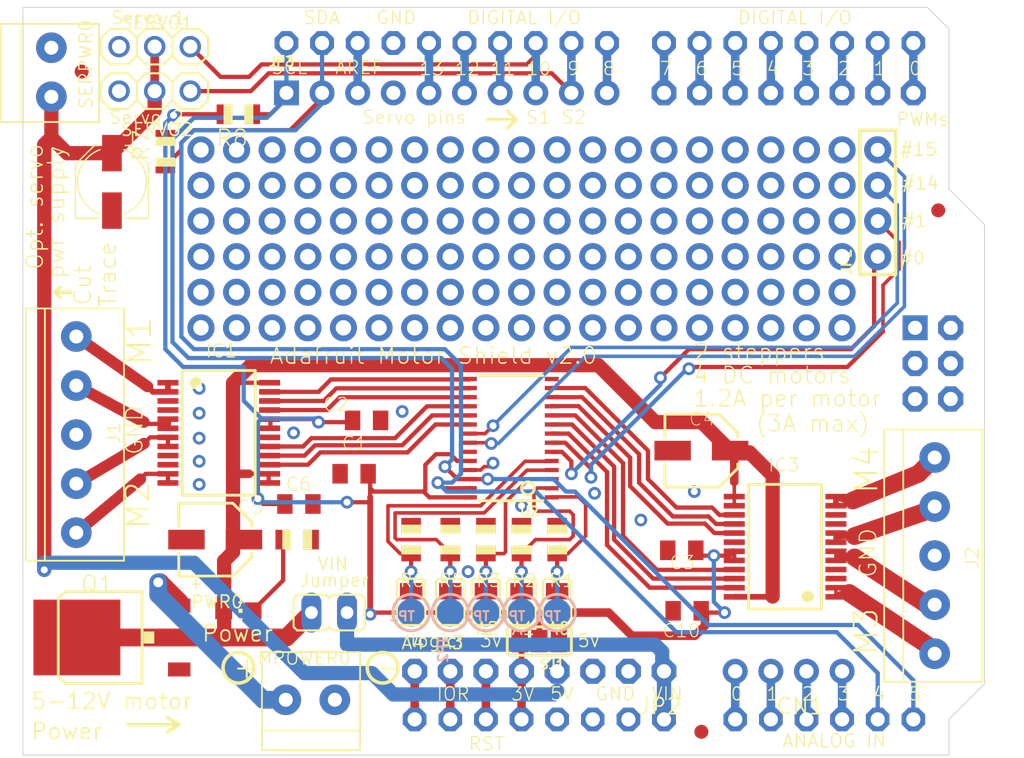
<source format=kicad_pcb>
(kicad_pcb (version 20211014) (generator pcbnew)
  (layers (0 "F.Cu" signal) (1 "In1.Cu" signal) (2 "In2.Cu" signal) (3 "In3.Cu" signal) (4 "In4.Cu" signal) (5 "In5.Cu" signal) (6 "In6.Cu" signal) (7 "In7.Cu" signal) (8 "In8.Cu" signal) (9 "In9.Cu" signal) (10 "In10.Cu" signal) (11 "In11.Cu" signal) (12 "In12.Cu" signal) (13 "In13.Cu" signal) (14 "In14.Cu" signal) (31 "B.Cu" signal) (34 "B.Paste" user) (35 "F.Paste" user) (36 "B.SilkS" user "B.Silkscreen") (37 "F.SilkS" user "F.Silkscreen") (38 "B.Mask" user) (39 "F.Mask" user) (44 "Edge.Cuts" user))
  (net 0 "")
  (net 1 "GND")
  (net 2 "VCC")
  (net 3 "+12V")
  (net 4 "N$4")
  (net 5 "N$6")
  (net 6 "N$7")
  (net 7 "N$9")
  (net 8 "N$12")
  (net 9 "N$14")
  (net 10 "N$15")
  (net 11 "N$17")
  (net 12 "PWM2B")
  (net 13 "PWM0B")
  (net 14 "PWM0A")
  (net 15 "PWM2A")
  (net 16 "PWM1A")
  (net 17 "PWM1B")
  (net 18 "SCL")
  (net 19 "SDA")
  (net 20 "/RST")
  (net 21 "VIN")
  (net 22 "N$20")
  (net 23 "N$21")
  (net 24 "N$22")
  (net 25 "N$23")
  (net 26 "N$24")
  (net 27 "N$25")
  (net 28 "N$26")
  (net 29 "N$27")
  (net 30 "N$28")
  (net 31 "N$29")
  (net 32 "N$30")
  (net 33 "N$31")
  (net 34 "N$32")
  (net 35 "N$44")
  (net 36 "N$34")
  (net 37 "N$35")
  (net 38 "N$36")
  (net 39 "N$37")
  (net 40 "N$38")
  (net 41 "N$39")
  (net 42 "N$40")
  (net 43 "N$41")
  (net 44 "N$42")
  (net 45 "N$43")
  (net 46 "N$45")
  (net 47 "N$46")
  (net 48 "N$47")
  (net 49 "N$48")
  (net 50 "N$49")
  (net 51 "N$50")
  (net 52 "N$51")
  (net 53 "N$52")
  (net 54 "N$53")
  (net 55 "N$54")
  (net 56 "N$55")
  (net 57 "N$56")
  (net 58 "N$57")
  (net 59 "N$58")
  (net 60 "N$59")
  (net 61 "N$60")
  (net 62 "N$61")
  (net 63 "N$62")
  (net 64 "N$63")
  (net 65 "N$64")
  (net 66 "N$65")
  (net 67 "N$66")
  (net 68 "N$67")
  (net 69 "N$68")
  (net 70 "N$69")
  (net 71 "N$70")
  (net 72 "N$71")
  (net 73 "N$72")
  (net 74 "N$73")
  (net 75 "N$74")
  (net 76 "N$75")
  (net 77 "N$76")
  (net 78 "N$77")
  (net 79 "N$78")
  (net 80 "N$79")
  (net 81 "N$80")
  (net 82 "N$81")
  (net 83 "N$82")
  (net 84 "N$83")
  (net 85 "N$84")
  (net 86 "N$89")
  (net 87 "N$90")
  (net 88 "N$91")
  (net 89 "N$92")
  (net 90 "N$93")
  (net 91 "N$94")
  (net 92 "N$95")
  (net 93 "N$96")
  (net 94 "N$97")
  (net 95 "N$98")
  (net 96 "N$99")
  (net 97 "N$100")
  (net 98 "N$101")
  (net 99 "N$102")
  (net 100 "N$103")
  (net 101 "N$104")
  (net 102 "N$105")
  (net 103 "N$106")
  (net 104 "N$107")
  (net 105 "N$108")
  (net 106 "N$109")
  (net 107 "N$110")
  (net 108 "N$111")
  (net 109 "N$112")
  (net 110 "N$113")
  (net 111 "N$114")
  (net 112 "N$115")
  (net 113 "N$116")
  (net 114 "N$117")
  (net 115 "N$118")
  (net 116 "N$119")
  (net 117 "N$120")
  (net 118 "N$121")
  (net 119 "N$122")
  (net 120 "N$123")
  (net 121 "N$124")
  (net 122 "N$125")
  (net 123 "N$126")
  (net 124 "N$127")
  (net 125 "N$128")
  (net 126 "N$135")
  (net 127 "N$136")
  (net 128 "N$137")
  (net 129 "N$138")
  (net 130 "N$141")
  (net 131 "N$142")
  (net 132 "N$143")
  (net 133 "N$144")
  (net 134 "N$145")
  (net 135 "N$146")
  (net 136 "N$147")
  (net 137 "N$148")
  (net 138 "N$149")
  (net 139 "N$150")
  (net 140 "N$151")
  (net 141 "N$152")
  (net 142 "N$153")
  (net 143 "N$154")
  (net 144 "N$155")
  (net 145 "N$156")
  (net 146 "N$157")
  (net 147 "N$158")
  (net 148 "N$159")
  (net 149 "N$133")
  (net 150 "N$140")
  (net 151 "PWM0")
  (net 152 "PWM1")
  (net 153 "PWM2")
  (net 154 "PWM3")
  (net 155 "PWM4")
  (net 156 "PWM5")
  (net 157 "PWM6")
  (net 158 "PWM7")
  (net 159 "PWM8")
  (net 160 "PWM9")
  (net 161 "PWM10")
  (net 162 "PWM11")
  (net 163 "PWM12")
  (net 164 "PWM13")
  (net 165 "PWM14")
  (net 166 "PWM15")
  (net 167 "A0")
  (net 168 "A1")
  (net 169 "A2")
  (net 170 "A3")
  (net 171 "A4")
  (net 172 "N$1")
  (net 173 "N$2")
  (net 174 "+5V")
  (net 175 "+3V3")
  (net 176 "N$3")
  (net 177 "N$5")
  (net 178 "N$8")
  (net 179 "N$10")
  (net 180 "N$11")
  (net 181 "N$13")
  (footprint "" (layer "F.Cu") (at 180.2511 96.1136)
    (fp_text reference "@HOLE1" hide)
    (fp_text value "")
  )
  (footprint "boardEagle:SSOP24" (layer "F.Cu") (at 128.1811 108.6866 -90)
    (fp_text reference "IC1")
    (fp_text value "TB6612FNG")
  )
  (footprint "boardEagle:SOLDERJUMPER_2WAY_OPEN_NOPASTE" (layer "F.Cu") (at 151.0411 123.5456 180)
    (fp_text reference "SJ1")
    (fp_text value "")
  )
  (footprint "boardEagle:PANASONIC_C" (layer "F.Cu") (at 120.5611 90.7796 90)
    (fp_text reference "C9" hide)
    (fp_text value "100uF")
  )
  (footprint "boardEagle:FIDUCIAL_1MM" (layer "F.Cu") (at 179.4891 92.8116)
    (fp_text reference "U$4" hide)
    (fp_text value "FIDUCIAL" hide)
  )
  (footprint "boardEagle:C0805K" (layer "F.Cu") (at 161.2011 117.0686 180)
    (fp_text reference "C3")
    (fp_text value "0.1uF")
  )
  (footprint "boardEagle:R0805" (layer "F.Cu") (at 141.8971 116.3066 -90)
    (fp_text reference "R6")
    (fp_text value "10k")
  )
  (footprint "boardEagle:SJ" (layer "F.Cu") (at 141.8971 120.7516 -90)
    (fp_text reference "A4")
    (fp_text value "")
  )
  (footprint "boardEagle:D-PAK_TO252AA" (layer "F.Cu") (at 120.5611 123.2916 90)
    (fp_text reference "Q1")
    (fp_text value "AOD417")
  )
  (footprint "boardEagle:SJ" (layer "F.Cu") (at 149.7711 120.7516 90)
    (fp_text reference "A1")
    (fp_text value "")
  )
  (footprint "boardEagle:ARDUINOR3_ICSP" (layer "F.Cu") (at 114.2111 131.6736)
    (fp_text reference "U$5" hide)
    (fp_text value "ARDUINO_R3_ICSP" hide)
    (fp_line (start 68.58 -37.846) (end 66.04 -40.386) (layer "Edge.Cuts") (width 0.05))
    (fp_line (start 66.04 -40.386) (end 66.04 -51.816) (layer "Edge.Cuts") (width 0.05))
    (fp_line (start 66.04 0) (end 66.04 -2.54) (layer "Edge.Cuts") (width 0.05))
    (fp_line (start 66.04 -51.816) (end 64.516 -53.34) (layer "Edge.Cuts") (width 0.05))
    (fp_line (start 0 -53.34) (end 0 0) (layer "Edge.Cuts") (width 0.05))
    (fp_line (start 0 0) (end 66.04 0) (layer "Edge.Cuts") (width 0.05))
    (fp_line (start 68.58 -5.08) (end 68.58 -37.846) (layer "Edge.Cuts") (width 0.05))
    (fp_line (start 66.04 -2.54) (end 68.58 -5.08) (layer "Edge.Cuts") (width 0.05))
    (fp_line (start 64.516 -53.34) (end 0 -53.34) (layer "Edge.Cuts") (width 0.05))
  )
  (footprint "boardEagle:1X08-CLEANBIG" (layer "F.Cu") (at 168.8211 84.4296 180)
    (fp_text reference "D0-7" hide)
    (fp_text value "")
  )
  (footprint "boardEagle:JP1" (layer "F.Cu") (at 136.0551 121.5136 -90)
    (fp_text reference "PWR0")
    (fp_text value "")
  )
  (footprint "boardEagle:SJ" (layer "F.Cu") (at 147.2311 120.7516 90)
    (fp_text reference "A2")
    (fp_text value "")
  )
  (footprint "boardEagle:1X04-CLEANBIG" (layer "F.Cu") (at 168.8211 125.7046 180)
    (fp_text reference "CN1")
    (fp_text value "1X4-CLEANBIG")
  )
  (footprint "boardEagle:1X2-3.5MM" (layer "F.Cu") (at 116.2431 82.9056 -90)
    (fp_text reference "SERPWR0")
    (fp_text value "1X2-3.5MM" hide)
  )
  (footprint "boardEagle:1X05-3.5MM" (layer "F.Cu") (at 179.2351 117.4496 -90)
    (fp_text reference "J2")
    (fp_text value "1X5" hide)
  )
  (footprint "boardEagle:SSOP24" (layer "F.Cu") (at 168.5671 116.8146 90)
    (fp_text reference "IC3")
    (fp_text value "TB6612FNG")
  )
  (footprint "boardEagle:R0805" (layer "F.Cu") (at 133.7691 116.3066 180)
    (fp_text reference "R4" hide)
    (fp_text value "1K")
  )
  (footprint "boardEagle:R0805" (layer "F.Cu") (at 147.2311 116.3066 -90)
    (fp_text reference "R3")
    (fp_text value "10k")
  )
  (footprint "boardEagle:SJ" (layer "F.Cu") (at 144.6911 120.7516 -90)
    (fp_text reference "A3")
    (fp_text value "")
  )
  (footprint "boardEagle:1X03" (layer "F.Cu") (at 123.6091 84.3026)
    (fp_text reference "SERVO2")
    (fp_text value "")
  )
  (footprint "boardEagle:TSSOP28" (layer "F.Cu") (at 149.0091 109.0676 90)
    (fp_text reference "U2")
    (fp_text value "PCA9685")
  )
  (footprint "boardEagle:R0805" (layer "F.Cu") (at 149.7711 116.3066 -90)
    (fp_text reference "R2")
    (fp_text value "10k")
  )
  (footprint "" (layer "F.Cu") (at 128.1811 129.1336)
    (fp_text reference "@HOLE2" hide)
    (fp_text value "")
  )
  (footprint "boardEagle:C0805K" (layer "F.Cu") (at 161.5821 121.3866 180)
    (fp_text reference "C10")
    (fp_text value "10uF")
  )
  (footprint "boardEagle:1X05-3.5MM" (layer "F.Cu") (at 118.0211 108.8136 -90)
    (fp_text reference "J1")
    (fp_text value "1X5" hide)
  )
  (footprint "boardEagle:1X2-3.5MM" (layer "F.Cu") (at 134.6581 127.7366)
    (fp_text reference "MPOWER0")
    (fp_text value "1X2-3.5MM" hide)
  )
  (footprint "boardEagle:1X10_ROUND70" (layer "F.Cu") (at 144.4371 84.4296)
    (fp_text reference "JP3")
    (fp_text value "")
  )
  (footprint "boardEagle:CHIP-LED0805" (layer "F.Cu") (at 129.5781 121.3866 -90)
    (fp_text reference "LED1" hide)
    (fp_text value "Green")
  )
  (footprint "boardEagle:C0805K" (layer "F.Cu") (at 138.7221 107.7976)
    (fp_text reference "C2")
    (fp_text value "0.1uF")
  )
  (footprint "boardEagle:SJ" (layer "F.Cu") (at 152.3111 120.7516 90)
    (fp_text reference "A0")
    (fp_text value "")
  )
  (footprint "boardEagle:1X08-CLEANBIG" (layer "F.Cu") (at 151.0411 125.7046 180)
    (fp_text reference "JP2")
    (fp_text value "")
  )
  (footprint "boardEagle:1X03" (layer "F.Cu") (at 123.6091 81.1276)
    (fp_text reference "SERVO1")
    (fp_text value "")
  )
  (footprint "boardEagle:ARDUINOR3_ICSP" (layer "F.Cu") (at 114.2111 131.6736)
    (fp_text reference "U$1" hide)
    (fp_text value "ARDUINO_R3_ICSP" hide)
    (fp_line (start 64.516 -53.34) (end 0 -53.34) (layer "Edge.Cuts") (width 0.05))
    (fp_line (start 66.04 -2.54) (end 68.58 -5.08) (layer "Edge.Cuts") (width 0.05))
    (fp_line (start 0 0) (end 66.04 0) (layer "Edge.Cuts") (width 0.05))
    (fp_line (start 66.04 0) (end 66.04 -2.54) (layer "Edge.Cuts") (width 0.05))
    (fp_line (start 66.04 -40.386) (end 66.04 -51.816) (layer "Edge.Cuts") (width 0.05))
    (fp_line (start 68.58 -5.08) (end 68.58 -37.846) (layer "Edge.Cuts") (width 0.05))
    (fp_line (start 0 -53.34) (end 0 0) (layer "Edge.Cuts") (width 0.05))
    (fp_line (start 66.04 -51.816) (end 64.516 -53.34) (layer "Edge.Cuts") (width 0.05))
    (fp_line (start 68.58 -37.846) (end 66.04 -40.386) (layer "Edge.Cuts") (width 0.05))
  )
  (footprint "boardEagle:C0805K" (layer "F.Cu") (at 133.8961 113.7666)
    (fp_text reference "C6")
    (fp_text value "10uF")
  )
  (footprint "boardEagle:R0805" (layer "F.Cu") (at 129.5781 85.9536 180)
    (fp_text reference "R8")
    (fp_text value "10K")
  )
  (footprint "boardEagle:FIDUCIAL_1MM" (layer "F.Cu") (at 162.5981 130.0226)
    (fp_text reference "U$2" hide)
    (fp_text value "FIDUCIAL" hide)
  )
  (footprint "" (layer "F.Cu") (at 129.4511 80.8736)
    (fp_text reference "@HOLE0" hide)
    (fp_text value "")
  )
  (footprint "boardEagle:FIDUCIAL_1MM" (layer "F.Cu") (at 118.4021 82.9056)
    (fp_text reference "U$3" hide)
    (fp_text value "FIDUCIAL" hide)
  )
  (footprint "boardEagle:1X04_ROUND_76" (layer "F.Cu") (at 175.1711 92.3036 90)
    (fp_text reference "JP1")
    (fp_text value "")
  )
  (footprint "boardEagle:R0805" (layer "F.Cu") (at 152.3111 116.3066 -90)
    (fp_text reference "R1")
    (fp_text value "10k")
  )
  (footprint "boardEagle:PANASONIC_C" (layer "F.Cu") (at 127.9271 116.3066)
    (fp_text reference "C5")
    (fp_text value "22uF/16v")
  )
  (footprint "boardEagle:C0805K" (layer "F.Cu") (at 137.8331 111.6076 180)
    (fp_text reference "C1")
    (fp_text value "0.1uF")
  )
  (footprint "boardEagle:R0805" (layer "F.Cu") (at 144.6911 116.3066 -90)
    (fp_text reference "R5")
    (fp_text value "10k")
  )
  (footprint "boardEagle:PANASONIC_C" (layer "F.Cu") (at 162.5981 109.9566)
    (fp_text reference "C4")
    (fp_text value "22uF/16v")
  )
  (footprint "boardEagle:R0805" (layer "F.Cu") (at 124.3711 88.6206 90)
    (fp_text reference "R7")
    (fp_text value "10K")
  )
  (footprint "boardEagle:TESTPOINT_ROUND_2MM" (layer "B.Cu") (at 144.6911 121.5136 -90)
    (fp_text reference "TP2")
    (fp_text value "")
  )
  (footprint "boardEagle:TESTPOINT_ROUND_2MM" (layer "B.Cu") (at 152.3111 121.5136 180)
    (fp_text reference "TP5")
    (fp_text value "")
  )
  (footprint "boardEagle:TESTPOINT_ROUND_2MM" (layer "B.Cu") (at 147.2311 121.5136 180)
    (fp_text reference "TP3")
    (fp_text value "")
  )
  (footprint "boardEagle:TESTPOINT_ROUND_2MM" (layer "B.Cu") (at 149.7711 121.5136 180)
    (fp_text reference "TP4")
    (fp_text value "")
  )
  (footprint "boardEagle:TESTPOINT_ROUND_2MM" (layer "B.Cu") (at 141.8971 121.5136 180)
    (fp_text reference "TP1")
    (fp_text value "")
  )
  (gr_line (start 116.4971 98.6536) (end 116.8781 98.2726) (layer "F.SilkS") (width 0.254))
  (gr_line (start 173.9011 97.3836) (end 176.4411 97.3836) (layer "F.SilkS") (width 0.254))
  (gr_line (start 116.4971 98.6536) (end 116.8781 99.0346) (layer "F.SilkS") (width 0.254))
  (gr_line (start 147.3581 86.3346) (end 149.3901 86.3346) (layer "F.SilkS") (width 0.254))
  (gr_line (start 125.3871 129.5146) (end 124.4981 130.0226) (layer "F.SilkS") (width 0.254))
  (gr_line (start 173.9011 87.0966) (end 173.9011 97.3836) (layer "F.SilkS") (width 0.254))
  (gr_circle (center 129.5781 125.4506) (end 130.6705 125.4506) (layer "F.SilkS") (width 0.254) (fill none))
  (gr_line (start 149.3901 86.3346) (end 148.7551 85.6996) (layer "F.SilkS") (width 0.254))
  (gr_line (start 149.3901 86.3346) (end 148.7551 86.9696) (layer "F.SilkS") (width 0.254))
  (gr_line (start 176.4411 87.0966) (end 173.9011 87.0966) (layer "F.SilkS") (width 0.254))
  (gr_line (start 125.3871 129.5146) (end 124.4981 129.0066) (layer "F.SilkS") (width 0.254))
  (gr_line (start 121.7041 129.5146) (end 125.3871 129.5146) (layer "F.SilkS") (width 0.254))
  (gr_line (start 117.6401 98.6536) (end 116.4971 98.6536) (layer "F.SilkS") (width 0.254))
  (gr_circle (center 139.8651 125.4506) (end 140.9575 125.4506) (layer "F.SilkS") (width 0.254) (fill none))
  (gr_line (start 176.4411 97.3836) (end 176.4411 87.0966) (layer "F.SilkS") (width 0.254))
  (gr_text "M1" (at 123.4821 103.9876 90) (layer "F.SilkS") (effects (font (size 1.63576 1.63576) (thickness 0.14224)) (justify left bottom)))
  (gr_text "Cut" (at 119.1641 99.6696 90) (layer "F.SilkS") (effects (font (size 1.1684 1.1684) (thickness 0.1016)) (justify left bottom)))
  (gr_text "2 steppers" (at 161.9631 103.6066) (layer "F.SilkS") (effects (font (size 1.1684 1.1684) (thickness 0.1016)) (justify left bottom)))
  (gr_text "Opt. servo" (at 115.7351 97.1296 90) (layer "F.SilkS") (effects (font (size 1.1684 1.1684) (thickness 0.1016)) (justify left bottom)))
  (gr_text "M3" (at 175.2981 124.6886 90) (layer "F.SilkS") (effects (font (size 1.63576 1.63576) (thickness 0.14224)) (justify left bottom)))
  (gr_text "S2" (at 152.5651 86.7156) (layer "F.SilkS") (effects (font (size 0.93472 0.93472) (thickness 0.08128)) (justify left bottom)))
  (gr_text "4 DC motors" (at 161.9631 105.2576) (layer "F.SilkS") (effects (font (size 1.1684 1.1684) (thickness 0.1016)) (justify left bottom)))
  (gr_text "-" (at 139.2301 126.3396) (layer "F.SilkS") (effects (font (size 1.63576 1.63576) (thickness 0.14224)) (justify left bottom)))
  (gr_text "#0" (at 176.6951 96.7486) (layer "F.SilkS") (effects (font (size 0.9144 0.9144) (thickness 0.1016)) (justify left bottom)))
  (gr_text "GND" (at 175.1711 119.1006 90) (layer "F.SilkS") (effects (font (size 1.1684 1.1684) (thickness 0.1016)) (justify left bottom)))
  (gr_text "#15" (at 176.6951 89.0016) (layer "F.SilkS") (effects (font (size 0.9144 0.9144) (thickness 0.1016)) (justify left bottom)))
  (gr_text "5-12V motor" (at 114.7191 128.4986) (layer "F.SilkS") (effects (font (size 1.143 1.143) (thickness 0.127)) (justify left bottom)))
  (gr_text "#1" (at 176.8221 94.0816) (layer "F.SilkS") (effects (font (size 0.9144 0.9144) (thickness 0.1016)) (justify left bottom)))
  (gr_text "pwr supply" (at 117.2591 97.7646 90) (layer "F.SilkS") (effects (font (size 1.1684 1.1684) (thickness 0.1016)) (justify left bottom)))
  (gr_text "5v" (at 153.7081 124.0536) (layer "F.SilkS") (effects (font (size 0.9144 0.9144) (thickness 0.1016)) (justify left bottom)))
  (gr_text "Servo pins" (at 138.3411 86.7156) (layer "F.SilkS") (effects (font (size 0.93472 0.93472) (thickness 0.08128)) (justify left bottom)))
  (gr_text "Servo 1" (at 120.4341 79.6036) (layer "F.SilkS") (effects (font (size 0.9144 0.9144) (thickness 0.1016)) (justify left bottom)))
  (gr_text "Power" (at 114.7191 130.6576) (layer "F.SilkS") (effects (font (size 1.143 1.143) (thickness 0.127)) (justify left bottom)))
  (gr_text "(3A max)" (at 166.4081 108.6866) (layer "F.SilkS") (effects (font (size 1.1684 1.1684) (thickness 0.1016)) (justify left bottom)))
  (gr_text "1.2A per motor" (at 161.9631 106.9086) (layer "F.SilkS") (effects (font (size 1.1684 1.1684) (thickness 0.1016)) (justify left bottom)))
  (gr_text "GND" (at 122.8471 110.3376 90) (layer "F.SilkS") (effects (font (size 1.1684 1.1684) (thickness 0.1016)) (justify left bottom)))
  (gr_text "S1" (at 150.0251 86.7156) (layer "F.SilkS") (effects (font (size 0.93472 0.93472) (thickness 0.08128)) (justify left bottom)))
  (gr_text "3v" (at 146.7231 124.0536) (layer "F.SilkS") (effects (font (size 0.9144 0.9144) (thickness 0.1016)) (justify left bottom)))
  (gr_text "Adafruit Motor Shield v2.0" (at 131.7371 103.8606) (layer "F.SilkS") (effects (font (size 1.1684 1.1684) (thickness 0.1016)) (justify left bottom)))
  (gr_text "#14" (at 176.8221 91.4146) (layer "F.SilkS") (effects (font (size 0.9144 0.9144) (thickness 0.1016)) (justify left bottom)))
  (gr_text "PWMs" (at 176.4411 86.8426) (layer "F.SilkS") (effects (font (size 0.9144 0.9144) (thickness 0.1016)) (justify left bottom)))
  (gr_text "M4" (at 175.2981 113.1316 90) (layer "F.SilkS") (effects (font (size 1.63576 1.63576) (thickness 0.14224)) (justify left bottom)))
  (gr_text "Servo 2" (at 120.3071 86.7156) (layer "F.SilkS") (effects (font (size 0.9144 0.9144) (thickness 0.1016)) (justify left bottom)))
  (gr_text "Trace" (at 120.9421 99.7966 90) (layer "F.SilkS") (effects (font (size 1.1684 1.1684) (thickness 0.1016)) (justify left bottom)))
  (gr_text "Jumper" (at 133.8961 119.7356) (layer "F.SilkS") (effects (font (size 0.9144 0.9144) (thickness 0.1016)) (justify left bottom)))
  (gr_text "logic:" (at 141.7701 124.0536) (layer "F.SilkS") (effects (font (size 0.9144 0.9144) (thickness 0.1016)) (justify left bottom)))
  (gr_text "Power" (at 126.9111 123.6726) (layer "F.SilkS") (effects (font (size 1.143 1.143) (thickness 0.127)) (justify left bottom)))
  (gr_text "VIN" (at 135.1661 118.5926) (layer "F.SilkS") (effects (font (size 0.9144 0.9144) (thickness 0.1016)) (justify left bottom)))
  (gr_text "M2" (at 123.3551 115.6716 90) (layer "F.SilkS") (effects (font (size 1.63576 1.63576) (thickness 0.14224)) (justify left bottom)))
  (gr_text "+" (at 129.0701 126.3396) (layer "F.SilkS") (effects (font (size 1.63576 1.63576) (thickness 0.14224)) (justify left bottom)))
  (segment (start 147.1041 111.0996) (end 147.4851 111.0996) (width 0.254) (layer "F.Cu") (net 1))
  (segment (start 146.0913 111.3426) (end 146.8611 111.3426) (width 0.254) (layer "F.Cu") (net 1))
  (segment (start 147.4851 111.0996) (end 147.7391 110.8456) (width 0.254) (layer "F.Cu") (net 1))
  (segment (start 146.8611 111.3426) (end 147.1041 111.0996) (width 0.254) (layer "F.Cu") (net 1))
  (via (at 126.7841 105.5116) (size 0.9064) (drill 0.5) (layers "F.Cu" "B.Cu") (net 1))
  (via (at 126.7841 112.3696) (size 0.9064) (drill 0.5) (layers "F.Cu" "B.Cu") (net 1))
  (via (at 162.0901 112.8776) (size 0.9064) (drill 0.5) (layers "F.Cu" "B.Cu") (net 1))
  (via (at 126.7841 107.2896) (size 0.9064) (drill 0.5) (layers "F.Cu" "B.Cu") (net 1))
  (via (at 154.9781 113.0046) (size 0.9064) (drill 0.5) (layers "F.Cu" "B.Cu") (net 1))
  (via (at 145.9611 118.5926) (size 0.9064) (drill 0.5) (layers "F.Cu" "B.Cu") (net 1))
  (via (at 133.5151 108.6866) (size 0.9064) (drill 0.5) (layers "F.Cu" "B.Cu") (net 1))
  (via (at 147.7391 110.8456) (size 0.9064) (drill 0.5) (layers "F.Cu" "B.Cu") (net 1))
  (via (at 126.7841 110.7186) (size 0.9064) (drill 0.5) (layers "F.Cu" "B.Cu") (net 1))
  (via (at 149.7711 113.8936) (size 0.9064) (drill 0.5) (layers "F.Cu" "B.Cu") (net 1))
  (via (at 158.2801 114.9096) (size 0.9064) (drill 0.5) (layers "F.Cu" "B.Cu") (net 1))
  (via (at 141.2621 107.1626) (size 0.9064) (drill 0.5) (layers "F.Cu" "B.Cu") (net 1))
  (via (at 126.7841 109.0676) (size 0.9064) (drill 0.5) (layers "F.Cu" "B.Cu") (net 1))
  (segment (start 131.8061 107.7116) (end 131.8641 107.7696) (width 0.3048) (layer "F.Cu") (net 2))
  (segment (start 162.2011 117.0686) (end 162.5821 117.4496) (width 0.3048) (layer "F.Cu") (net 2))
  (segment (start 125.0221 85.9536) (end 124.9506 86.0251) (width 0.3048) (layer "F.Cu") (net 2))
  (segment (start 138.9761 121.6406) (end 139.1031 121.5136) (width 0.3048) (layer "F.Cu") (net 2))
  (segment (start 163.4871 117.4496) (end 164.6321 117.4496) (width 0.3048) (layer "F.Cu") (net 2))
  (segment (start 152.3111 121.5136) (end 155.9941 121.5136) (width 0.6096) (layer "F.Cu") (net 2))
  (segment (start 164.6321 117.4496) (end 164.9421 117.1396) (width 0.3048) (layer "F.Cu") (net 2))
  (segment (start 131.8641 107.7696) (end 131.8641 108.3036) (width 0.3048) (layer "F.Cu") (net 2))
  (segment (start 147.2311 121.5136) (end 144.6911 121.5136) (width 0.3048) (layer "F.Cu") (net 2))
  (segment (start 143.6751 110.2106) (end 142.9131 110.9726) (width 0.3048) (layer "F.Cu") (net 2))
  (segment (start 157.6451 123.1646) (end 162.1411 123.1646) (width 0.6096) (layer "F.Cu") (net 2))
  (segment (start 143.2011 113.2926) (end 146.0913 113.2926) (width 0.3048) (layer "F.Cu") (net 2))
  (segment (start 149.7711 121.5136) (end 147.2311 121.5136) (width 0.3048) (layer "F.Cu") (net 2))
  (segment (start 144.6911 121.5136) (end 141.8971 121.5136) (width 0.3048) (layer "F.Cu") (net 2))
  (segment (start 162.8521 121.5136) (end 162.4551 121.5136) (width 0.3048) (layer "F.Cu") (net 2))
  (segment (start 138.9761 121.6406) (end 138.9761 113.6396) (width 0.4064) (layer "F.Cu") (net 2))
  (segment (start 142.9131 112.7506) (end 142.7861 112.8776) (width 0.3048) (layer "F.Cu") (net 2))
  (segment (start 138.9761 111.6076) (end 138.8331 111.6076) (width 0.3048) (layer "F.Cu") (net 2))
  (segment (start 146.0913 110.6926) (end 145.1731 110.6926) (width 0.3048) (layer "F.Cu") (net 2))
  (segment (start 162.4551 121.5136) (end 162.5821 121.3866) (width 0.3048) (layer "F.Cu") (net 2))
  (segment (start 142.9131 110.9726) (end 142.9131 112.7506) (width 0.3048) (layer "F.Cu") (net 2))
  (segment (start 162.4201 121.5136) (end 162.4551 121.5136) (width 0.3048) (layer "F.Cu") (net 2))
  (segment (start 137.5951 107.9246) (end 137.7221 107.7976) (width 0.3048) (layer "F.Cu") (net 2))
  (segment (start 152.3111 121.5136) (end 149.7711 121.5136) (width 0.3048) (layer "F.Cu") (net 2))
  (segment (start 162.8521 122.4536) (end 162.8521 121.5136) (width 0.6096) (layer "F.Cu") (net 2))
  (segment (start 139.1031 121.5136) (end 152.3111 121.5136) (width 0.3048) (layer "F.Cu") (net 2))
  (segment (start 138.9761 113.6396) (end 137.3251 113.6396) (width 0.3048) (layer "F.Cu") (net 2))
  (segment (start 145.1731 110.6926) (end 144.6911 110.2106) (width 0.3048) (layer "F.Cu") (net 2))
  (segment (start 142.7861 112.8776) (end 143.2011 113.2926) (width 0.3048) (layer "F.Cu") (net 2))
  (segment (start 131.3561 113.7666) (end 130.9751 113.3856) (width 0.3048) (layer "F.Cu") (net 2))
  (segment (start 164.9421 117.7896) (end 164.9421 117.1396) (width 0.3048) (layer "F.Cu") (net 2))
  (segment (start 151.0411 121.5136) (end 152.3111 121.5136) (width 0.4064) (layer "F.Cu") (net 2))
  (segment (start 124.3711 87.6206) (end 124.3711 86.6046) (width 0.3048) (layer "F.Cu") (net 2))
  (segment (start 155.9941 121.5136) (end 157.6451 123.1646) (width 0.6096) (layer "F.Cu") (net 2))
  (segment (start 131.8061 107.7116) (end 135.0801 107.7116) (width 0.3048) (layer "F.Cu") (net 2))
  (segment (start 151.0411 123.5456) (end 151.0411 121.5136) (width 0.4064) (layer "F.Cu") (net 2))
  (segment (start 125.0221 85.9536) (end 128.5781 85.9536) (width 0.3048) (layer "F.Cu") (net 2))
  (segment (start 138.9761 112.6236) (end 138.9761 111.6076) (width 0.3048) (layer "F.Cu") (net 2))
  (segment (start 164.2491 121.5136) (end 162.8521 121.5136) (width 0.3048) (layer "F.Cu") (net 2))
  (segment (start 162.5821 117.4496) (end 163.4871 117.4496) (width 0.3048) (layer "F.Cu") (net 2))
  (segment (start 144.6911 110.2106) (end 143.6751 110.2106) (width 0.3048) (layer "F.Cu") (net 2))
  (segment (start 142.7861 112.8776) (end 139.2301 112.8776) (width 0.3048) (layer "F.Cu") (net 2))
  (segment (start 138.9761 113.2586) (end 138.9761 112.6236) (width 0.3048) (layer "F.Cu") (net 2))
  (segment (start 162.1411 123.1646) (end 162.8521 122.4536) (width 0.6096) (layer "F.Cu") (net 2))
  (segment (start 164.8711 117.0686) (end 164.9421 117.1396) (width 0.3048) (layer "F.Cu") (net 2))
  (segment (start 135.0801 107.7116) (end 135.2931 107.9246) (width 0.3048) (layer "F.Cu") (net 2))
  (segment (start 124.9506 86.0251) (end 125.0776 85.8981) (width 0.3048) (layer "F.Cu") (net 2))
  (segment (start 132.8961 113.7666) (end 131.3561 113.7666) (width 0.3048) (layer "F.Cu") (net 2))
  (segment (start 139.2301 112.8776) (end 138.9761 112.6236) (width 0.3048) (layer "F.Cu") (net 2))
  (segment (start 135.2931 107.9246) (end 137.5951 107.9246) (width 0.3048) (layer "F.Cu") (net 2))
  (segment (start 124.3711 86.6046) (end 124.9506 86.0251) (width 0.3048) (layer "F.Cu") (net 2))
  (segment (start 131.8641 108.3036) (end 131.8061 108.3616) (width 0.3048) (layer "F.Cu") (net 2))
  (segment (start 138.9761 113.6396) (end 138.9761 113.2586) (width 0.4064) (layer "F.Cu") (net 2))
  (via (at 130.9751 113.3856) (size 0.9064) (drill 0.5) (layers "F.Cu" "B.Cu") (net 2))
  (via (at 124.9506 86.0251) (size 0.9064) (drill 0.5) (layers "F.Cu" "B.Cu") (net 2))
  (via (at 138.9761 121.6406) (size 0.9064) (drill 0.5) (layers "F.Cu" "B.Cu") (net 2))
  (via (at 163.4871 117.4496) (size 0.9064) (drill 0.5) (layers "F.Cu" "B.Cu") (net 2))
  (via (at 137.3251 113.6396) (size 0.9064) (drill 0.5) (layers "F.Cu" "B.Cu") (net 2))
  (via (at 164.2491 121.5136) (size 0.9064) (drill 0.5) (layers "F.Cu" "B.Cu") (net 2))
  (via (at 135.2931 107.9246) (size 0.9064) (drill 0.5) (layers "F.Cu" "B.Cu") (net 2))
  (segment (start 124.3711 86.6046) (end 124.9506 86.0251) (width 0.3048) (layer "B.Cu") (net 2))
  (segment (start 129.9591 103.9876) (end 125.6411 103.9876) (width 0.3048) (layer "B.Cu") (net 2))
  (segment (start 131.2291 107.6706) (end 135.0391 107.6706) (width 0.3048) (layer "B.Cu") (net 2))
  (segment (start 124.3711 102.7176) (end 124.3711 86.6046) (width 0.3048) (layer "B.Cu") (net 2))
  (segment (start 135.0391 107.6706) (end 135.2931 107.9246) (width 0.3048) (layer "B.Cu") (net 2))
  (segment (start 163.4871 120.7516) (end 164.2491 121.5136) (width 0.3048) (layer "B.Cu") (net 2))
  (segment (start 131.2291 107.6706) (end 129.9591 106.4006) (width 0.3048) (layer "B.Cu") (net 2))
  (segment (start 137.3251 113.6396) (end 131.2291 113.6396) (width 0.3048) (layer "B.Cu") (net 2))
  (segment (start 130.9751 107.9246) (end 131.2291 107.6706) (width 0.3048) (layer "B.Cu") (net 2))
  (segment (start 130.9751 113.3856) (end 130.9751 107.9246) (width 0.3048) (layer "B.Cu") (net 2))
  (segment (start 125.6411 103.9876) (end 124.3711 102.7176) (width 0.3048) (layer "B.Cu") (net 2))
  (segment (start 129.9591 106.4006) (end 129.9591 103.9876) (width 0.3048) (layer "B.Cu") (net 2))
  (segment (start 131.2291 113.6396) (end 130.9751 113.3856) (width 0.3048) (layer "B.Cu") (net 2))
  (segment (start 163.4871 117.4496) (end 163.4871 120.7516) (width 0.3048) (layer "B.Cu") (net 2))
  (segment (start 118.0611 123.2916) (end 128.5621 123.2916) (width 1.27) (layer "F.Cu") (net 3))
  (segment (start 164.9421 113.8896) (end 164.9421 113.2396) (width 0.254) (layer "F.Cu") (net 3))
  (segment (start 129.1971 111.6076) (end 130.3401 111.6076) (width 0.6096) (layer "F.Cu") (net 3))
  (segment (start 131.7371 111.6806) (end 131.7371 112.2426) (width 0.3048) (layer "F.Cu") (net 3))
  (segment (start 166.0271 110.0836) (end 164.7751 110.0836) (width 1.016) (layer "F.Cu") (net 3))
  (segment (start 130.3401 111.6076) (end 131.8021 111.6076) (width 0.3048) (layer "F.Cu") (net 3))
  (segment (start 162.6161 107.9246) (end 164.6481 109.9566) (width 1.016) (layer "F.Cu") (net 3))
  (segment (start 167.6781 120.3706) (end 167.6781 111.7346) (width 1.016) (layer "F.Cu") (net 3))
  (segment (start 131.8061 111.6116) (end 131.7371 111.6806) (width 0.3048) (layer "F.Cu") (net 3))
  (segment (start 129.1971 115.7986) (end 129.1971 111.6076) (width 1.016) (layer "F.Cu") (net 3))
  (segment (start 133.0071 123.2916) (end 134.7851 121.5136) (width 1.27) (layer "F.Cu") (net 3))
  (segment (start 129.1971 105.1306) (end 129.2161 105.1116) (width 0.3048) (layer "F.Cu") (net 3))
  (segment (start 155.2501 103.8606) (end 159.3141 107.9246) (width 1.016) (layer "F.Cu") (net 3))
  (segment (start 128.5621 121.3866) (end 128.5621 117.8306) (width 1.016) (layer "F.Cu") (net 3))
  (segment (start 129.1971 117.1956) (end 129.1971 115.7986) (width 1.016) (layer "F.Cu") (net 3))
  (segment (start 128.9431 116.0526) (end 129.1971 115.7986) (width 0.3048) (layer "F.Cu") (net 3))
  (segment (start 128.9431 116.0526) (end 129.1971 116.3066) (width 0.3048) (layer "F.Cu") (net 3))
  (segment (start 130.4671 103.8606) (end 129.2161 105.1116) (width 1.016) (layer "F.Cu") (net 3))
  (segment (start 128.5621 121.4206) (end 128.5281 121.3866) (width 1.016) (layer "F.Cu") (net 3))
  (segment (start 167.6591 120.3896) (end 167.5321 120.3896) (width 0.3048) (layer "F.Cu") (net 3))
  (segment (start 164.9421 110.2506) (end 164.6481 109.9566) (width 0.6096) (layer "F.Cu") (net 3))
  (segment (start 129.1971 116.3066) (end 129.9771 116.3066) (width 0.3048) (layer "F.Cu") (net 3))
  (segment (start 159.3141 107.9246) (end 162.6161 107.9246) (width 1.016) (layer "F.Cu") (net 3))
  (segment (start 164.9421 120.3896) (end 167.5321 120.3896) (width 0.4064) (layer "F.Cu") (net 3))
  (segment (start 167.6781 120.3706) (end 167.6591 120.3896) (width 0.3048) (layer "F.Cu") (net 3))
  (segment (start 131.7871 112.2426) (end 131.8061 112.2616) (width 0.3048) (layer "F.Cu") (net 3))
  (segment (start 164.9421 112.1846) (end 164.9421 113.2396) (width 0.254) (layer "F.Cu") (net 3))
  (segment (start 130.4671 103.8606) (end 155.2501 103.8606) (width 1.016) (layer "F.Cu") (net 3))
  (segment (start 164.9421 112.1846) (end 164.9421 110.2506) (width 0.6096) (layer "F.Cu") (net 3))
  (segment (start 128.5621 123.2916) (end 133.0071 123.2916) (width 1.27) (layer "F.Cu") (net 3))
  (segment (start 128.5621 117.8306) (end 129.1971 117.1956) (width 1.016) (layer "F.Cu") (net 3))
  (segment (start 131.7371 112.2426) (end 131.7871 112.2426) (width 0.3048) (layer "F.Cu") (net 3))
  (segment (start 128.5621 123.2916) (end 128.5621 121.4206) (width 1.016) (layer "F.Cu") (net 3))
  (segment (start 167.6781 111.7346) (end 166.0271 110.0836) (width 1.016) (layer "F.Cu") (net 3))
  (segment (start 129.2161 105.1116) (end 131.8061 105.1116) (width 0.3048) (layer "F.Cu") (net 3))
  (segment (start 129.1971 111.6076) (end 129.1971 105.1306) (width 1.016) (layer "F.Cu") (net 3))
  (segment (start 164.7751 110.0836) (end 164.6481 109.9566) (width 1.016) (layer "F.Cu") (net 3))
  (segment (start 131.8021 111.6076) (end 131.8061 111.6116) (width 0.3048) (layer "F.Cu") (net 3))
  (segment (start 128.5281 121.3866) (end 128.5621 121.3866) (width 1.016) (layer "F.Cu") (net 3))
  (segment (start 124.5561 105.7616) (end 124.5561 105.1116) (width 0.4064) (layer "F.Cu") (net 4))
  (segment (start 123.4781 105.7616) (end 124.5561 105.7616) (width 0.4064) (layer "F.Cu") (net 4))
  (segment (start 124.5561 105.1116) (end 124.6251 105.1116) (width 0.4064) (layer "F.Cu") (net 4))
  (segment (start 124.6251 105.7616) (end 124.5561 105.7616) (width 0.3048) (layer "F.Cu") (net 4))
  (segment (start 118.0211 101.8136) (end 123.1011 105.3846) (width 0.8128) (layer "F.Cu") (net 4))
  (segment (start 123.1011 105.3846) (end 123.4781 105.7616) (width 0.4064) (layer "F.Cu") (net 4))
  (segment (start 124.5561 108.3616) (end 124.6121 108.3056) (width 0.3048) (layer "F.Cu") (net 5))
  (segment (start 122.8471 107.9246) (end 122.9741 108.0516) (width 0.3048) (layer "F.Cu") (net 5))
  (segment (start 124.6251 107.7806) (end 124.5561 107.7116) (width 0.3048) (layer "F.Cu") (net 5))
  (segment (start 122.9741 108.0516) (end 124.4981 108.0516) (width 0.3048) (layer "F.Cu") (net 5))
  (segment (start 124.6251 108.3056) (end 124.6251 107.7976) (width 0.3048) (layer "F.Cu") (net 5))
  (segment (start 124.4981 108.0516) (end 124.4981 108.3036) (width 0.3048) (layer "F.Cu") (net 5))
  (segment (start 124.6251 107.7976) (end 124.6251 107.7806) (width 0.3048) (layer "F.Cu") (net 5))
  (segment (start 118.0211 105.3136) (end 122.8471 107.9246) (width 0.8128) (layer "F.Cu") (net 5))
  (segment (start 124.4981 108.3036) (end 124.5561 108.3616) (width 0.3048) (layer "F.Cu") (net 5))
  (segment (start 124.6121 108.3056) (end 124.6251 108.3056) (width 0.3048) (layer "F.Cu") (net 5))
  (segment (start 123.2841 109.0116) (end 124.5561 109.0116) (width 0.3048) (layer "F.Cu") (net 6))
  (segment (start 124.5561 109.5456) (end 124.5561 109.0116) (width 0.3048) (layer "F.Cu") (net 6))
  (segment (start 118.0211 112.3136) (end 122.8471 109.4486) (width 0.8128) (layer "F.Cu") (net 6))
  (segment (start 124.4981 109.6036) (end 124.5561 109.5456) (width 0.3048) (layer "F.Cu") (net 6))
  (segment (start 122.8471 109.4486) (end 123.2841 109.0116) (width 0.3048) (layer "F.Cu") (net 6))
  (segment (start 124.4981 109.6036) (end 124.5561 109.6616) (width 0.3048) (layer "F.Cu") (net 6))
  (segment (start 118.0211 115.8136) (end 122.5931 111.9886) (width 0.8128) (layer "F.Cu") (net 7))
  (segment (start 122.5931 111.9886) (end 122.9701 111.6116) (width 0.3048) (layer "F.Cu") (net 7))
  (segment (start 124.5561 112.1736) (end 124.5561 111.6116) (width 0.3048) (layer "F.Cu") (net 7))
  (segment (start 124.6061 112.2616) (end 124.5561 112.2616) (width 0.4064) (layer "F.Cu") (net 7))
  (segment (start 124.6251 112.2426) (end 124.6061 112.2616) (width 0.4064) (layer "F.Cu") (net 7))
  (segment (start 122.9701 111.6116) (end 124.5561 111.6116) (width 0.3048) (layer "F.Cu") (net 7))
  (segment (start 124.6251 112.2426) (end 124.5561 112.1736) (width 0.3048) (layer "F.Cu") (net 7))
  (segment (start 173.1391 120.1166) (end 179.2351 124.1806) (width 1.27) (layer "F.Cu") (net 8))
  (segment (start 179.2351 124.1806) (end 179.2351 124.4496) (width 1.27) (layer "F.Cu") (net 8))
  (segment (start 172.1921 120.3896) (end 172.4651 120.1166) (width 0.254) (layer "F.Cu") (net 8))
  (segment (start 172.1921 119.7396) (end 172.1921 120.3896) (width 0.254) (layer "F.Cu") (net 8))
  (segment (start 172.4651 120.1166) (end 173.1391 120.1166) (width 0.254) (layer "F.Cu") (net 8))
  (segment (start 172.1921 117.7896) (end 172.5321 117.4496) (width 0.4064) (layer "F.Cu") (net 9))
  (segment (start 172.5321 117.4496) (end 173.1391 117.4496) (width 0.4064) (layer "F.Cu") (net 9))
  (segment (start 173.1391 117.4496) (end 173.5201 117.5766) (width 0.4064) (layer "F.Cu") (net 9))
  (segment (start 172.1921 117.7896) (end 172.1921 117.1396) (width 0.254) (layer "F.Cu") (net 9))
  (segment (start 173.5201 117.5766) (end 178.6711 120.9496) (width 1.27) (layer "F.Cu") (net 9))
  (segment (start 178.6711 120.9496) (end 179.2351 120.9496) (width 1.27) (layer "F.Cu") (net 9))
  (segment (start 172.1921 115.8396) (end 172.1921 116.4896) (width 0.3048) (layer "F.Cu") (net 10))
  (segment (start 173.5201 116.0526) (end 179.0371 114.1476) (width 1.27) (layer "F.Cu") (net 10))
  (segment (start 172.1921 115.8396) (end 172.1511 116.1796) (width 0.3048) (layer "F.Cu") (net 10))
  (segment (start 172.1511 116.1796) (end 173.5201 116.0526) (width 0.3048) (layer "F.Cu") (net 10))
  (segment (start 179.0371 114.1476) (end 179.2351 113.9496) (width 1.27) (layer "F.Cu") (net 10))
  (segment (start 178.0771 111.6076) (end 179.2351 110.4496) (width 1.27) (layer "F.Cu") (net 11))
  (segment (start 173.3931 113.5126) (end 178.0771 111.6076) (width 1.27) (layer "F.Cu") (net 11))
  (segment (start 172.1921 113.2396) (end 172.1921 113.8896) (width 0.4064) (layer "F.Cu") (net 11))
  (segment (start 172.1921 113.2396) (end 172.8461 113.5126) (width 0.4064) (layer "F.Cu") (net 11))
  (segment (start 172.8461 113.5126) (end 173.3931 113.5126) (width 0.4064) (layer "F.Cu") (net 11))
  (segment (start 170.0911 80.8736) (end 170.0911 84.4296) (width 0.6096) (layer "B.Cu") (net 12))
  (segment (start 165.1381 83.6676) (end 165.1381 84.3026) (width 0.3048) (layer "B.Cu") (net 13))
  (segment (start 165.1381 84.3026) (end 165.0111 84.4296) (width 0.3048) (layer "B.Cu") (net 13))
  (segment (start 165.0111 83.5406) (end 165.1381 83.6676) (width 0.3048) (layer "B.Cu") (net 13))
  (segment (start 165.0111 80.8736) (end 165.0111 83.5406) (width 0.6096) (layer "B.Cu") (net 13))
  (segment (start 162.4711 80.8736) (end 162.4711 84.4296) (width 0.6096) (layer "B.Cu") (net 14))
  (segment (start 148.2471 84.4296) (end 148.2471 80.8736) (width 0.6096) (layer "B.Cu") (net 15))
  (segment (start 153.3271 84.4296) (end 151.9301 83.0326) (width 0.3048) (layer "F.Cu") (net 16))
  (segment (start 131.7371 83.0326) (end 130.4671 84.3026) (width 0.3048) (layer "F.Cu") (net 16))
  (segment (start 130.4671 84.3026) (end 126.1491 84.3026) (width 0.3048) (layer "F.Cu") (net 16))
  (segment (start 151.9301 83.0326) (end 131.7371 83.0326) (width 0.3048) (layer "F.Cu") (net 16))
  (segment (start 153.3271 84.4296) (end 153.3271 80.8736) (width 0.6096) (layer "B.Cu") (net 16))
  (segment (start 130.3401 83.2866) (end 131.2291 82.3976) (width 0.3048) (layer "F.Cu") (net 17))
  (segment (start 150.7871 81.7626) (end 150.7871 80.8736) (width 0.3048) (layer "F.Cu") (net 17))
  (segment (start 128.3081 83.2866) (end 130.3401 83.2866) (width 0.3048) (layer "F.Cu") (net 17))
  (segment (start 126.1491 81.1276) (end 128.3081 83.2866) (width 0.3048) (layer "F.Cu") (net 17))
  (segment (start 150.1521 82.3976) (end 150.7871 81.7626) (width 0.3048) (layer "F.Cu") (net 17))
  (segment (start 131.2291 82.3976) (end 150.1521 82.3976) (width 0.3048) (layer "F.Cu") (net 17))
  (segment (start 150.7871 84.4296) (end 150.7871 80.8736) (width 0.6096) (layer "B.Cu") (net 17))
  (segment (start 132.7531 84.6836) (end 133.0071 84.4296) (width 0.3048) (layer "F.Cu") (net 18))
  (segment (start 146.0913 111.9926) (end 147.3541 111.9926) (width 0.3048) (layer "F.Cu") (net 18))
  (segment (start 147.3541 111.9926) (end 147.3581 111.9886) (width 0.3048) (layer "F.Cu") (net 18))
  (segment (start 131.8641 85.9536) (end 132.7531 85.0646) (width 0.3048) (layer "F.Cu") (net 18))
  (segment (start 132.7531 85.0646) (end 132.7531 84.6836) (width 0.3048) (layer "F.Cu") (net 18))
  (segment (start 145.2031 111.9926) (end 146.0913 111.9926) (width 0.3048) (layer "F.Cu") (net 18))
  (segment (start 144.3101 111.0996) (end 145.2031 111.9926) (width 0.3048) (layer "F.Cu") (net 18))
  (segment (start 130.5781 85.9536) (end 131.8641 85.9536) (width 0.3048) (layer "F.Cu") (net 18))
  (via (at 144.3101 111.0996) (size 0.9064) (drill 0.5) (layers "F.Cu" "B.Cu") (net 18))
  (via (at 147.3581 111.9886) (size 0.9064) (drill 0.5) (layers "F.Cu" "B.Cu") (net 18))
  (segment (start 173.7741 122.4026) (end 177.7111 126.3396) (width 0.3048) (layer "B.Cu") (net 18))
  (segment (start 163.1061 122.4026) (end 173.7741 122.4026) (width 0.3048) (layer "B.Cu") (net 18))
  (segment (start 131.6101 86.2076) (end 126.4031 86.2076) (width 0.3048) (layer "B.Cu") (net 18))
  (segment (start 153.5811 112.8776) (end 163.1061 122.4026) (width 0.3048) (layer "B.Cu") (net 18))
  (segment (start 133.0071 84.8106) (end 133.0071 84.4296) (width 0.6096) (layer "B.Cu") (net 18))
  (segment (start 124.8791 87.7316) (end 124.8791 102.2096) (width 0.3048) (layer "B.Cu") (net 18))
  (segment (start 126.0221 103.3526) (end 144.0561 103.3526) (width 0.3048) (layer "B.Cu") (net 18))
  (segment (start 126.4031 86.2076) (end 124.8791 87.7316) (width 0.3048) (layer "B.Cu") (net 18))
  (segment (start 124.8791 102.2096) (end 126.0221 103.3526) (width 0.3048) (layer "B.Cu") (net 18))
  (segment (start 133.0071 84.8106) (end 131.6101 86.2076) (width 0.3048) (layer "B.Cu") (net 18))
  (segment (start 144.0561 103.3526) (end 144.8181 104.1146) (width 0.3048) (layer "B.Cu") (net 18))
  (segment (start 152.0571 111.9886) (end 152.9461 112.8776) (width 0.3048) (layer "B.Cu") (net 18))
  (segment (start 152.9461 112.8776) (end 153.5811 112.8776) (width 0.3048) (layer "B.Cu") (net 18))
  (segment (start 133.0071 80.8736) (end 133.0071 84.4296) (width 0.3048) (layer "B.Cu") (net 18))
  (segment (start 177.7111 126.3396) (end 177.7111 129.1336) (width 0.3048) (layer "B.Cu") (net 18))
  (segment (start 144.8181 110.5916) (end 144.3101 111.0996) (width 0.3048) (layer "B.Cu") (net 18))
  (segment (start 144.8181 104.1146) (end 144.8181 110.5916) (width 0.3048) (layer "B.Cu") (net 18))
  (segment (start 147.3581 111.9886) (end 152.0571 111.9886) (width 0.3048) (layer "B.Cu") (net 18))
  (segment (start 143.8021 112.2426) (end 144.2021 112.6426) (width 0.3048) (layer "F.Cu") (net 19))
  (segment (start 125.5141 88.4936) (end 125.5141 87.9856) (width 0.3048) (layer "F.Cu") (net 19))
  (segment (start 125.5141 88.4936) (end 124.3871 89.6206) (width 0.3048) (layer "F.Cu") (net 19))
  (segment (start 126.4031 87.0966) (end 133.2611 87.0966) (width 0.3048) (layer "F.Cu") (net 19))
  (segment (start 133.2611 87.0966) (end 135.5471 84.8106) (width 0.3048) (layer "F.Cu") (net 19))
  (segment (start 146.1103 112.6236) (end 146.0913 112.6426) (width 0.3048) (layer "F.Cu") (net 19))
  (segment (start 124.3871 89.6206) (end 124.3711 89.6206) (width 0.3048) (layer "F.Cu") (net 19))
  (segment (start 125.5141 87.9856) (end 126.4031 87.0966) (width 0.3048) (layer "F.Cu") (net 19))
  (segment (start 144.2021 112.6426) (end 146.0913 112.6426) (width 0.3048) (layer "F.Cu") (net 19))
  (segment (start 135.5471 84.8106) (end 135.5471 84.4296) (width 0.3048) (layer "F.Cu") (net 19))
  (via (at 143.8021 112.2426) (size 0.9064) (drill 0.5) (layers "F.Cu" "B.Cu") (net 19))
  (segment (start 145.4531 111.6076) (end 145.4531 103.8606) (width 0.3048) (layer "B.Cu") (net 19))
  (segment (start 172.2501 122.9106) (end 160.8201 122.9106) (width 0.3048) (layer "B.Cu") (net 19))
  (segment (start 150.7871 112.8776) (end 144.4371 112.8776) (width 0.3048) (layer "B.Cu") (net 19))
  (segment (start 125.5141 87.9856) (end 126.4031 87.0966) (width 0.3048) (layer "B.Cu") (net 19))
  (segment (start 143.8021 112.2426) (end 144.8181 112.2426) (width 0.3048) (layer "B.Cu") (net 19))
  (segment (start 135.5471 85.1916) (end 135.5471 84.5566) (width 0.3048) (layer "B.Cu") (net 19))
  (segment (start 145.4531 103.8606) (end 144.3101 102.7176) (width 0.3048) (layer "B.Cu") (net 19))
  (segment (start 160.8201 122.9106) (end 150.7871 112.8776) (width 0.3048) (layer "B.Cu") (net 19))
  (segment (start 175.1711 129.1336) (end 175.1711 125.8316) (width 0.3048) (layer "B.Cu") (net 19))
  (segment (start 175.1711 125.8316) (end 172.2501 122.9106) (width 0.3048) (layer "B.Cu") (net 19))
  (segment (start 125.5141 101.8286) (end 125.5141 87.9856) (width 0.3048) (layer "B.Cu") (net 19))
  (segment (start 126.4031 102.7176) (end 125.5141 101.8286) (width 0.3048) (layer "B.Cu") (net 19))
  (segment (start 144.3101 102.7176) (end 126.4031 102.7176) (width 0.3048) (layer "B.Cu") (net 19))
  (segment (start 126.4031 87.0966) (end 133.6421 87.0966) (width 0.3048) (layer "B.Cu") (net 19))
  (segment (start 133.6421 87.0966) (end 135.5471 85.1916) (width 0.3048) (layer "B.Cu") (net 19))
  (segment (start 135.5471 84.4296) (end 135.5471 80.8736) (width 0.3048) (layer "B.Cu") (net 19))
  (segment (start 144.4371 112.8776) (end 143.8021 112.2426) (width 0.3048) (layer "B.Cu") (net 19))
  (segment (start 144.8181 112.2426) (end 145.4531 111.6076) (width 0.3048) (layer "B.Cu") (net 19))
  (segment (start 135.5471 84.4296) (end 135.5471 84.5566) (width 0.6096) (layer "B.Cu") (net 19))
  (segment (start 147.2311 125.7046) (end 147.2311 129.1336) (width 0.6096) (layer "F.Cu") (net 20))
  (segment (start 137.3251 121.5136) (end 137.3251 123.7996) (width 1.016) (layer "B.Cu") (net 21))
  (segment (start 159.8041 124.3076) (end 159.8041 125.5776) (width 1.016) (layer "B.Cu") (net 21))
  (segment (start 159.2961 123.7996) (end 159.8041 124.3076) (width 1.016) (layer "B.Cu") (net 21))
  (segment (start 159.8041 125.5776) (end 159.9311 125.7046) (width 1.016) (layer "B.Cu") (net 21))
  (segment (start 159.9311 125.7046) (end 159.9311 129.1336) (width 1.016) (layer "B.Cu") (net 21))
  (segment (start 137.3251 123.7996) (end 159.2961 123.7996) (width 1.016) (layer "B.Cu") (net 21))
  (segment (start 165.0111 125.7046) (end 165.0111 129.1336) (width 0.6096) (layer "B.Cu") (net 22))
  (segment (start 167.5511 125.7046) (end 167.5511 129.1336) (width 0.6096) (layer "B.Cu") (net 23))
  (segment (start 170.0911 125.7046) (end 170.0911 129.1336) (width 0.6096) (layer "B.Cu") (net 24))
  (segment (start 172.6311 125.7046) (end 172.6311 129.1336) (width 0.6096) (layer "B.Cu") (net 25))
  (segment (start 177.7111 80.8736) (end 177.7111 84.4296) (width 0.6096) (layer "B.Cu") (net 26))
  (segment (start 175.1711 80.8736) (end 175.1711 84.4296) (width 0.6096) (layer "B.Cu") (net 27))
  (segment (start 172.6311 80.8736) (end 172.6311 84.4296) (width 0.6096) (layer "B.Cu") (net 28))
  (segment (start 167.5511 80.8736) (end 167.5511 84.4296) (width 0.6096) (layer "B.Cu") (net 29))
  (segment (start 159.9311 80.8736) (end 159.9311 84.4296) (width 0.6096) (layer "B.Cu") (net 30))
  (segment (start 155.8671 80.8736) (end 155.8671 84.4296) (width 0.6096) (layer "B.Cu") (net 31))
  (segment (start 145.7071 84.4296) (end 145.7071 80.8736) (width 0.6096) (layer "B.Cu") (net 32))
  (segment (start 143.1671 84.4296) (end 143.1671 80.8736) (width 0.6096) (layer "B.Cu") (net 33))
  (segment (start 138.0871 80.8736) (end 138.0871 84.4296) (width 0.6096) (layer "B.Cu") (net 34))
  (via (at 126.9111 96.1136) (size 1.9304) (drill 1.1) (layers "F.Cu" "B.Cu") (net 35))
  (via (at 126.9111 98.6536) (size 1.9304) (drill 1.1) (layers "F.Cu" "B.Cu") (net 36))
  (via (at 129.4511 98.6536) (size 1.9304) (drill 1.1) (layers "F.Cu" "B.Cu") (net 37))
  (via (at 129.4511 96.1136) (size 1.9304) (drill 1.1) (layers "F.Cu" "B.Cu") (net 38))
  (via (at 129.4511 93.5736) (size 1.9304) (drill 1.1) (layers "F.Cu" "B.Cu") (net 39))
  (via (at 126.9111 93.5736) (size 1.9304) (drill 1.1) (layers "F.Cu" "B.Cu") (net 40))
  (via (at 126.9111 91.0336) (size 1.9304) (drill 1.1) (layers "F.Cu" "B.Cu") (net 41))
  (via (at 129.4511 91.0336) (size 1.9304) (drill 1.1) (layers "F.Cu" "B.Cu") (net 42))
  (via (at 129.4511 88.4936) (size 1.9304) (drill 1.1) (layers "F.Cu" "B.Cu") (net 43))
  (via (at 126.9111 88.4936) (size 1.9304) (drill 1.1) (layers "F.Cu" "B.Cu") (net 44))
  (via (at 131.9911 88.4936) (size 1.9304) (drill 1.1) (layers "F.Cu" "B.Cu") (net 45))
  (via (at 131.9911 91.0336) (size 1.9304) (drill 1.1) (layers "F.Cu" "B.Cu") (net 46))
  (via (at 131.9911 93.5736) (size 1.9304) (drill 1.1) (layers "F.Cu" "B.Cu") (net 47))
  (via (at 131.9911 96.1136) (size 1.9304) (drill 1.1) (layers "F.Cu" "B.Cu") (net 48))
  (via (at 131.9911 98.6536) (size 1.9304) (drill 1.1) (layers "F.Cu" "B.Cu") (net 49))
  (via (at 134.5311 98.6536) (size 1.9304) (drill 1.1) (layers "F.Cu" "B.Cu") (net 50))
  (via (at 134.5311 96.1136) (size 1.9304) (drill 1.1) (layers "F.Cu" "B.Cu") (net 51))
  (via (at 134.5311 93.5736) (size 1.9304) (drill 1.1) (layers "F.Cu" "B.Cu") (net 52))
  (via (at 134.5311 91.0336) (size 1.9304) (drill 1.1) (layers "F.Cu" "B.Cu") (net 53))
  (via (at 134.5311 88.4936) (size 1.9304) (drill 1.1) (layers "F.Cu" "B.Cu") (net 54))
  (via (at 137.0711 88.4936) (size 1.9304) (drill 1.1) (layers "F.Cu" "B.Cu") (net 55))
  (via (at 137.0711 91.0336) (size 1.9304) (drill 1.1) (layers "F.Cu" "B.Cu") (net 56))
  (via (at 137.0711 93.5736) (size 1.9304) (drill 1.1) (layers "F.Cu" "B.Cu") (net 57))
  (via (at 137.0711 96.1136) (size 1.9304) (drill 1.1) (layers "F.Cu" "B.Cu") (net 58))
  (via (at 137.0711 98.6536) (size 1.9304) (drill 1.1) (layers "F.Cu" "B.Cu") (net 59))
  (via (at 139.6111 98.6536) (size 1.9304) (drill 1.1) (layers "F.Cu" "B.Cu") (net 60))
  (via (at 139.6111 96.1136) (size 1.9304) (drill 1.1) (layers "F.Cu" "B.Cu") (net 61))
  (via (at 139.6111 93.5736) (size 1.9304) (drill 1.1) (layers "F.Cu" "B.Cu") (net 62))
  (via (at 139.6111 91.0336) (size 1.9304) (drill 1.1) (layers "F.Cu" "B.Cu") (net 63))
  (via (at 139.6111 88.4936) (size 1.9304) (drill 1.1) (layers "F.Cu" "B.Cu") (net 64))
  (via (at 142.1511 88.4936) (size 1.9304) (drill 1.1) (layers "F.Cu" "B.Cu") (net 65))
  (via (at 142.1511 91.0336) (size 1.9304) (drill 1.1) (layers "F.Cu" "B.Cu") (net 66))
  (via (at 142.1511 93.5736) (size 1.9304) (drill 1.1) (layers "F.Cu" "B.Cu") (net 67))
  (via (at 142.1511 96.1136) (size 1.9304) (drill 1.1) (layers "F.Cu" "B.Cu") (net 68))
  (via (at 142.1511 98.6536) (size 1.9304) (drill 1.1) (layers "F.Cu" "B.Cu") (net 69))
  (via (at 144.6911 98.6536) (size 1.9304) (drill 1.1) (layers "F.Cu" "B.Cu") (net 70))
  (via (at 144.6911 96.1136) (size 1.9304) (drill 1.1) (layers "F.Cu" "B.Cu") (net 71))
  (via (at 144.6911 93.5736) (size 1.9304) (drill 1.1) (layers "F.Cu" "B.Cu") (net 72))
  (via (at 144.6911 91.0336) (size 1.9304) (drill 1.1) (layers "F.Cu" "B.Cu") (net 73))
  (via (at 144.6911 88.4936) (size 1.9304) (drill 1.1) (layers "F.Cu" "B.Cu") (net 74))
  (via (at 147.2311 88.4936) (size 1.9304) (drill 1.1) (layers "F.Cu" "B.Cu") (net 75))
  (via (at 149.7711 88.4936) (size 1.9304) (drill 1.1) (layers "F.Cu" "B.Cu") (net 76))
  (via (at 152.3111 88.4936) (size 1.9304) (drill 1.1) (layers "F.Cu" "B.Cu") (net 77))
  (via (at 154.8511 88.4936) (size 1.9304) (drill 1.1) (layers "F.Cu" "B.Cu") (net 78))
  (via (at 157.3911 88.4936) (size 1.9304) (drill 1.1) (layers "F.Cu" "B.Cu") (net 79))
  (via (at 159.9311 88.4936) (size 1.9304) (drill 1.1) (layers "F.Cu" "B.Cu") (net 80))
  (via (at 162.4711 88.4936) (size 1.9304) (drill 1.1) (layers "F.Cu" "B.Cu") (net 81))
  (via (at 165.0111 91.0336) (size 1.9304) (drill 1.1) (layers "F.Cu" "B.Cu") (net 82))
  (via (at 167.5511 91.0336) (size 1.9304) (drill 1.1) (layers "F.Cu" "B.Cu") (net 83))
  (via (at 170.0911 91.0336) (size 1.9304) (drill 1.1) (layers "F.Cu" "B.Cu") (net 84))
  (via (at 172.6311 91.0336) (size 1.9304) (drill 1.1) (layers "F.Cu" "B.Cu") (net 85))
  (via (at 172.6311 98.6536) (size 1.9304) (drill 1.1) (layers "F.Cu" "B.Cu") (net 86))
  (via (at 172.6311 96.1136) (size 1.9304) (drill 1.1) (layers "F.Cu" "B.Cu") (net 87))
  (via (at 172.6311 93.5736) (size 1.9304) (drill 1.1) (layers "F.Cu" "B.Cu") (net 88))
  (via (at 170.0911 93.5736) (size 1.9304) (drill 1.1) (layers "F.Cu" "B.Cu") (net 89))
  (via (at 170.0911 96.1136) (size 1.9304) (drill 1.1) (layers "F.Cu" "B.Cu") (net 90))
  (via (at 170.0911 98.6536) (size 1.9304) (drill 1.1) (layers "F.Cu" "B.Cu") (net 91))
  (via (at 167.5511 98.6536) (size 1.9304) (drill 1.1) (layers "F.Cu" "B.Cu") (net 92))
  (via (at 167.5511 96.1136) (size 1.9304) (drill 1.1) (layers "F.Cu" "B.Cu") (net 93))
  (via (at 167.5511 93.5736) (size 1.9304) (drill 1.1) (layers "F.Cu" "B.Cu") (net 94))
  (via (at 165.0111 93.5736) (size 1.9304) (drill 1.1) (layers "F.Cu" "B.Cu") (net 95))
  (via (at 165.0111 96.1136) (size 1.9304) (drill 1.1) (layers "F.Cu" "B.Cu") (net 96))
  (via (at 165.0111 98.6536) (size 1.9304) (drill 1.1) (layers "F.Cu" "B.Cu") (net 97))
  (via (at 162.4711 98.6536) (size 1.9304) (drill 1.1) (layers "F.Cu" "B.Cu") (net 98))
  (via (at 162.4711 96.1136) (size 1.9304) (drill 1.1) (layers "F.Cu" "B.Cu") (net 99))
  (via (at 162.4711 93.5736) (size 1.9304) (drill 1.1) (layers "F.Cu" "B.Cu") (net 100))
  (via (at 162.4711 91.0336) (size 1.9304) (drill 1.1) (layers "F.Cu" "B.Cu") (net 101))
  (via (at 159.9311 91.0336) (size 1.9304) (drill 1.1) (layers "F.Cu" "B.Cu") (net 102))
  (via (at 159.9311 93.5736) (size 1.9304) (drill 1.1) (layers "F.Cu" "B.Cu") (net 103))
  (via (at 159.9311 96.1136) (size 1.9304) (drill 1.1) (layers "F.Cu" "B.Cu") (net 104))
  (via (at 159.9311 98.6536) (size 1.9304) (drill 1.1) (layers "F.Cu" "B.Cu") (net 105))
  (via (at 157.3911 98.6536) (size 1.9304) (drill 1.1) (layers "F.Cu" "B.Cu") (net 106))
  (via (at 157.3911 96.1136) (size 1.9304) (drill 1.1) (layers "F.Cu" "B.Cu") (net 107))
  (via (at 157.3911 93.5736) (size 1.9304) (drill 1.1) (layers "F.Cu" "B.Cu") (net 108))
  (via (at 157.3911 91.0336) (size 1.9304) (drill 1.1) (layers "F.Cu" "B.Cu") (net 109))
  (via (at 154.8511 91.0336) (size 1.9304) (drill 1.1) (layers "F.Cu" "B.Cu") (net 110))
  (via (at 154.8511 93.5736) (size 1.9304) (drill 1.1) (layers "F.Cu" "B.Cu") (net 111))
  (via (at 154.8511 96.1136) (size 1.9304) (drill 1.1) (layers "F.Cu" "B.Cu") (net 112))
  (via (at 154.8511 98.6536) (size 1.9304) (drill 1.1) (layers "F.Cu" "B.Cu") (net 113))
  (via (at 152.3111 98.6536) (size 1.9304) (drill 1.1) (layers "F.Cu" "B.Cu") (net 114))
  (via (at 152.3111 96.1136) (size 1.9304) (drill 1.1) (layers "F.Cu" "B.Cu") (net 115))
  (via (at 152.3111 93.5736) (size 1.9304) (drill 1.1) (layers "F.Cu" "B.Cu") (net 116))
  (via (at 152.3111 91.0336) (size 1.9304) (drill 1.1) (layers "F.Cu" "B.Cu") (net 117))
  (via (at 149.7711 91.0336) (size 1.9304) (drill 1.1) (layers "F.Cu" "B.Cu") (net 118))
  (via (at 149.7711 93.5736) (size 1.9304) (drill 1.1) (layers "F.Cu" "B.Cu") (net 119))
  (via (at 149.7711 96.1136) (size 1.9304) (drill 1.1) (layers "F.Cu" "B.Cu") (net 120))
  (via (at 149.7711 98.6536) (size 1.9304) (drill 1.1) (layers "F.Cu" "B.Cu") (net 121))
  (via (at 147.2311 98.6536) (size 1.9304) (drill 1.1) (layers "F.Cu" "B.Cu") (net 122))
  (via (at 147.2311 96.1136) (size 1.9304) (drill 1.1) (layers "F.Cu" "B.Cu") (net 123))
  (via (at 147.2311 93.5736) (size 1.9304) (drill 1.1) (layers "F.Cu" "B.Cu") (net 124))
  (via (at 147.2311 91.0336) (size 1.9304) (drill 1.1) (layers "F.Cu" "B.Cu") (net 125))
  (via (at 165.0111 88.4936) (size 1.9304) (drill 1.1) (layers "F.Cu" "B.Cu") (net 126))
  (via (at 167.5511 88.4936) (size 1.9304) (drill 1.1) (layers "F.Cu" "B.Cu") (net 127))
  (via (at 170.0911 88.4936) (size 1.9304) (drill 1.1) (layers "F.Cu" "B.Cu") (net 128))
  (via (at 172.6311 88.4936) (size 1.9304) (drill 1.1) (layers "F.Cu" "B.Cu") (net 129))
  (via (at 126.9111 101.1936) (size 1.9304) (drill 1.1) (layers "F.Cu" "B.Cu") (net 130))
  (via (at 129.4511 101.1936) (size 1.9304) (drill 1.1) (layers "F.Cu" "B.Cu") (net 131))
  (via (at 131.9911 101.1936) (size 1.9304) (drill 1.1) (layers "F.Cu" "B.Cu") (net 132))
  (via (at 137.0711 101.1936) (size 1.9304) (drill 1.1) (layers "F.Cu" "B.Cu") (net 133))
  (via (at 134.5311 101.1936) (size 1.9304) (drill 1.1) (layers "F.Cu" "B.Cu") (net 134))
  (via (at 139.6111 101.1936) (size 1.9304) (drill 1.1) (layers "F.Cu" "B.Cu") (net 135))
  (via (at 142.1511 101.1936) (size 1.9304) (drill 1.1) (layers "F.Cu" "B.Cu") (net 136))
  (via (at 144.6911 101.1936) (size 1.9304) (drill 1.1) (layers "F.Cu" "B.Cu") (net 137))
  (via (at 147.2311 101.1936) (size 1.9304) (drill 1.1) (layers "F.Cu" "B.Cu") (net 138))
  (via (at 149.7711 101.1936) (size 1.9304) (drill 1.1) (layers "F.Cu" "B.Cu") (net 139))
  (via (at 152.3111 101.1936) (size 1.9304) (drill 1.1) (layers "F.Cu" "B.Cu") (net 140))
  (via (at 154.8511 101.1936) (size 1.9304) (drill 1.1) (layers "F.Cu" "B.Cu") (net 141))
  (via (at 157.3911 101.1936) (size 1.9304) (drill 1.1) (layers "F.Cu" "B.Cu") (net 142))
  (via (at 159.9311 101.1936) (size 1.9304) (drill 1.1) (layers "F.Cu" "B.Cu") (net 143))
  (via (at 162.4711 101.1936) (size 1.9304) (drill 1.1) (layers "F.Cu" "B.Cu") (net 144))
  (via (at 165.0111 101.1936) (size 1.9304) (drill 1.1) (layers "F.Cu" "B.Cu") (net 145))
  (via (at 167.5511 101.1936) (size 1.9304) (drill 1.1) (layers "F.Cu" "B.Cu") (net 146))
  (via (at 170.0911 101.1936) (size 1.9304) (drill 1.1) (layers "F.Cu" "B.Cu") (net 147))
  (via (at 172.6311 101.1936) (size 1.9304) (drill 1.1) (layers "F.Cu" "B.Cu") (net 148))
  (segment (start 130.5941 121.3866) (end 132.7691 119.2116) (width 0.3048) (layer "F.Cu") (net 149))
  (segment (start 130.5941 121.3866) (end 130.6281 121.3866) (width 0.3048) (layer "F.Cu") (net 149))
  (segment (start 132.7691 119.2116) (end 132.7691 116.3066) (width 0.3048) (layer "F.Cu") (net 149))
  (segment (start 123.8631 119.3546) (end 123.9901 119.3546) (width 1.27) (layer "F.Cu") (net 150))
  (segment (start 125.3611 120.7776) (end 125.3611 121.0116) (width 1.27) (layer "F.Cu") (net 150))
  (segment (start 123.9901 119.3546) (end 125.3871 120.7516) (width 1.27) (layer "F.Cu") (net 150))
  (segment (start 125.3871 120.7516) (end 125.3611 120.7776) (width 1.27) (layer "F.Cu") (net 150))
  (via (at 123.8631 119.3546) (size 1.1064) (drill 0.7) (layers "F.Cu" "B.Cu") (net 150))
  (segment (start 123.8631 120.2436) (end 123.8631 119.3546) (width 1.27) (layer "B.Cu") (net 150))
  (segment (start 131.3561 127.7366) (end 123.8631 120.2436) (width 1.27) (layer "B.Cu") (net 150))
  (segment (start 132.9581 127.7366) (end 131.3561 127.7366) (width 1.27) (layer "B.Cu") (net 150))
  (segment (start 161.7091 102.7176) (end 173.2661 102.7176) (width 0.3048) (layer "F.Cu") (net 151))
  (segment (start 153.3271 110.7186) (end 153.3271 111.6076) (width 0.3048) (layer "F.Cu") (net 151))
  (segment (start 174.9171 101.0666) (end 174.9171 96.3676) (width 0.3048) (layer "F.Cu") (net 151))
  (segment (start 174.9171 96.3676) (end 175.1711 96.1136) (width 0.3048) (layer "F.Cu") (net 151))
  (segment (start 173.2661 102.7176) (end 174.9171 101.0666) (width 0.3048) (layer "F.Cu") (net 151))
  (segment (start 161.7091 102.7176) (end 159.6771 104.7496) (width 0.3048) (layer "F.Cu") (net 151))
  (segment (start 152.6511 110.0426) (end 153.3271 110.7186) (width 0.3048) (layer "F.Cu") (net 151))
  (segment (start 151.9269 110.0426) (end 152.6511 110.0426) (width 0.3048) (layer "F.Cu") (net 151))
  (via (at 153.3271 111.6076) (size 0.9064) (drill 0.5) (layers "F.Cu" "B.Cu") (net 151))
  (via (at 159.6771 104.7496) (size 0.9064) (drill 0.5) (layers "F.Cu" "B.Cu") (net 151))
  (segment (start 153.3271 111.6076) (end 159.6771 105.2576) (width 0.3048) (layer "B.Cu") (net 151))
  (segment (start 159.6771 105.2576) (end 159.6771 104.7496) (width 0.3048) (layer "B.Cu") (net 151))
  (segment (start 154.7241 111.2266) (end 154.7241 111.8616) (width 0.3048) (layer "F.Cu") (net 152))
  (segment (start 175.5521 98.1456) (end 176.6951 97.0026) (width 0.254) (layer "F.Cu") (net 152))
  (segment (start 173.0121 103.9876) (end 161.8361 103.9876) (width 0.3048) (layer "F.Cu") (net 152))
  (segment (start 152.8901 109.3926) (end 154.7241 111.2266) (width 0.3048) (layer "F.Cu") (net 152))
  (segment (start 176.6951 97.0026) (end 176.6951 95.0976) (width 0.254) (layer "F.Cu") (net 152))
  (segment (start 175.5521 101.4476) (end 175.5521 98.1456) (width 0.254) (layer "F.Cu") (net 152))
  (segment (start 151.9269 109.3926) (end 152.8901 109.3926) (width 0.3048) (layer "F.Cu") (net 152))
  (segment (start 161.8361 103.9876) (end 161.7091 104.1146) (width 0.3048) (layer "F.Cu") (net 152))
  (segment (start 176.6951 95.0976) (end 175.1711 93.5736) (width 0.254) (layer "F.Cu") (net 152))
  (segment (start 173.0121 103.9876) (end 175.5521 101.4476) (width 0.3048) (layer "F.Cu") (net 152))
  (via (at 154.7241 111.8616) (size 0.9064) (drill 0.5) (layers "F.Cu" "B.Cu") (net 152))
  (via (at 161.7091 104.1146) (size 0.9064) (drill 0.5) (layers "F.Cu" "B.Cu") (net 152))
  (segment (start 154.7241 111.8616) (end 154.7241 110.9726) (width 0.3048) (layer "B.Cu") (net 152))
  (segment (start 161.5821 104.1146) (end 161.7091 104.1146) (width 0.3048) (layer "B.Cu") (net 152))
  (segment (start 154.7241 110.9726) (end 161.5821 104.1146) (width 0.3048) (layer "B.Cu") (net 152))
  (segment (start 155.8671 116.6876) (end 155.8671 111.4806) (width 0.3048) (layer "F.Cu") (net 153))
  (segment (start 164.9381 119.7356) (end 164.9421 119.7396) (width 0.3048) (layer "F.Cu") (net 153))
  (segment (start 155.8671 111.4806) (end 153.1291 108.7426) (width 0.3048) (layer "F.Cu") (net 153))
  (segment (start 153.1291 108.7426) (end 151.9269 108.7426) (width 0.3048) (layer "F.Cu") (net 153))
  (segment (start 155.8671 116.6876) (end 158.9151 119.7356) (width 0.3048) (layer "F.Cu") (net 153))
  (segment (start 158.9151 119.7356) (end 164.9381 119.7356) (width 0.3048) (layer "F.Cu") (net 153))
  (segment (start 151.9269 108.0926) (end 153.3681 108.0926) (width 0.3048) (layer "F.Cu") (net 154))
  (segment (start 159.1581 119.0896) (end 164.9421 119.0896) (width 0.3048) (layer "F.Cu") (net 154))
  (segment (start 156.3751 111.0996) (end 156.3751 116.3066) (width 0.3048) (layer "F.Cu") (net 154))
  (segment (start 153.3681 108.0926) (end 156.3751 111.0996) (width 0.3048) (layer "F.Cu") (net 154))
  (segment (start 156.3751 116.3066) (end 159.1581 119.0896) (width 0.3048) (layer "F.Cu") (net 154))
  (segment (start 164.9161 118.4656) (end 164.9421 118.4396) (width 0.3048) (layer "F.Cu") (net 155))
  (segment (start 157.0101 116.0526) (end 159.4231 118.4656) (width 0.3048) (layer "F.Cu") (net 155))
  (segment (start 157.0101 110.8456) (end 157.0101 116.0526) (width 0.3048) (layer "F.Cu") (net 155))
  (segment (start 159.4231 118.4656) (end 164.9161 118.4656) (width 0.3048) (layer "F.Cu") (net 155))
  (segment (start 151.9269 107.4426) (end 153.6071 107.4426) (width 0.3048) (layer "F.Cu") (net 155))
  (segment (start 153.6071 107.4426) (end 157.0101 110.8456) (width 0.3048) (layer "F.Cu") (net 155))
  (segment (start 157.5181 110.4646) (end 153.8351 106.7816) (width 0.3048) (layer "F.Cu") (net 156))
  (segment (start 160.1851 115.1636) (end 162.8521 115.1636) (width 0.3048) (layer "F.Cu") (net 156))
  (segment (start 157.5181 112.4966) (end 157.5181 110.4646) (width 0.3048) (layer "F.Cu") (net 156))
  (segment (start 151.9379 106.7816) (end 151.9269 106.7926) (width 0.3048) (layer "F.Cu") (net 156))
  (segment (start 153.8351 106.7816) (end 151.9379 106.7816) (width 0.3048) (layer "F.Cu") (net 156))
  (segment (start 163.5281 115.8396) (end 164.9421 115.8396) (width 0.3048) (layer "F.Cu") (net 156))
  (segment (start 160.1851 115.1636) (end 157.5181 112.4966) (width 0.3048) (layer "F.Cu") (net 156))
  (segment (start 162.8521 115.1636) (end 163.5281 115.8396) (width 0.3048) (layer "F.Cu") (net 156))
  (segment (start 154.0851 106.1426) (end 158.1531 110.2106) (width 0.3048) (layer "F.Cu") (net 157))
  (segment (start 163.6401 115.1896) (end 164.9421 115.1896) (width 0.3048) (layer "F.Cu") (net 157))
  (segment (start 158.1531 110.2106) (end 158.1531 112.2426) (width 0.3048) (layer "F.Cu") (net 157))
  (segment (start 158.1531 112.2426) (end 160.5661 114.6556) (width 0.3048) (layer "F.Cu") (net 157))
  (segment (start 151.9269 106.1426) (end 154.0851 106.1426) (width 0.3048) (layer "F.Cu") (net 157))
  (segment (start 163.1061 114.6556) (end 163.6401 115.1896) (width 0.3048) (layer "F.Cu") (net 157))
  (segment (start 160.5661 114.6556) (end 163.1061 114.6556) (width 0.3048) (layer "F.Cu") (net 157))
  (segment (start 158.7881 109.9566) (end 158.7881 111.9886) (width 0.3048) (layer "F.Cu") (net 158))
  (segment (start 160.8201 114.0206) (end 163.3601 114.0206) (width 0.3048) (layer "F.Cu") (net 158))
  (segment (start 154.3241 105.4926) (end 158.7881 109.9566) (width 0.3048) (layer "F.Cu") (net 158))
  (segment (start 163.8791 114.5396) (end 164.9421 114.5396) (width 0.3048) (layer "F.Cu") (net 158))
  (segment (start 151.9269 105.4926) (end 154.3241 105.4926) (width 0.3048) (layer "F.Cu") (net 158))
  (segment (start 158.7881 111.9886) (end 160.8201 114.0206) (width 0.3048) (layer "F.Cu") (net 158))
  (segment (start 163.3601 114.0206) (end 163.8791 114.5396) (width 0.3048) (layer "F.Cu") (net 158))
  (segment (start 136.1821 104.8766) (end 146.0573 104.8766) (width 0.3048) (layer "F.Cu") (net 159))
  (segment (start 146.0573 104.8766) (end 146.0913 104.8426) (width 0.3048) (layer "F.Cu") (net 159))
  (segment (start 131.8061 105.7616) (end 135.2971 105.7616) (width 0.3048) (layer "F.Cu") (net 159))
  (segment (start 135.2971 105.7616) (end 136.1821 104.8766) (width 0.3048) (layer "F.Cu") (net 159))
  (segment (start 136.5631 105.5116) (end 146.0723 105.5116) (width 0.3048) (layer "F.Cu") (net 160))
  (segment (start 146.0723 105.5116) (end 146.0913 105.4926) (width 0.3048) (layer "F.Cu") (net 160))
  (segment (start 131.8061 106.4116) (end 135.6631 106.4116) (width 0.3048) (layer "F.Cu") (net 160))
  (segment (start 135.6631 106.4116) (end 136.5631 105.5116) (width 0.3048) (layer "F.Cu") (net 160))
  (segment (start 135.9021 107.0616) (end 135.9281 107.0356) (width 0.3048) (layer "F.Cu") (net 161))
  (segment (start 136.0551 106.9086) (end 136.8171 106.1466) (width 0.3048) (layer "F.Cu") (net 161))
  (segment (start 135.9281 107.0356) (end 136.0551 106.9086) (width 0.3048) (layer "F.Cu") (net 161))
  (segment (start 136.8171 106.1466) (end 146.0873 106.1466) (width 0.3048) (layer "F.Cu") (net 161))
  (segment (start 146.0873 106.1466) (end 146.0913 106.1426) (width 0.3048) (layer "F.Cu") (net 161))
  (segment (start 131.8061 107.0616) (end 135.9021 107.0616) (width 0.3048) (layer "F.Cu") (net 161))
  (segment (start 134.1911 109.6616) (end 134.7851 109.0676) (width 0.3048) (layer "F.Cu") (net 162))
  (segment (start 134.7851 109.0676) (end 140.7541 109.0676) (width 0.3048) (layer "F.Cu") (net 162))
  (segment (start 143.0291 106.7926) (end 146.0913 106.7926) (width 0.3048) (layer "F.Cu") (net 162))
  (segment (start 131.8061 109.6616) (end 134.1911 109.6616) (width 0.3048) (layer "F.Cu") (net 162))
  (segment (start 140.7541 109.0676) (end 143.0291 106.7926) (width 0.3048) (layer "F.Cu") (net 162))
  (segment (start 131.8061 110.3116) (end 134.3031 110.3116) (width 0.3048) (layer "F.Cu") (net 163))
  (segment (start 141.2621 109.5756) (end 143.3951 107.4426) (width 0.3048) (layer "F.Cu") (net 163))
  (segment (start 134.3031 110.3116) (end 135.0391 109.5756) (width 0.3048) (layer "F.Cu") (net 163))
  (segment (start 135.0391 109.5756) (end 141.2621 109.5756) (width 0.3048) (layer "F.Cu") (net 163))
  (segment (start 143.3951 107.4426) (end 146.0913 107.4426) (width 0.3048) (layer "F.Cu") (net 163))
  (segment (start 143.6341 108.0926) (end 146.0913 108.0926) (width 0.3048) (layer "F.Cu") (net 164))
  (segment (start 134.5421 110.9616) (end 135.4201 110.0836) (width 0.3048) (layer "F.Cu") (net 164))
  (segment (start 131.8061 110.9616) (end 134.5421 110.9616) (width 0.3048) (layer "F.Cu") (net 164))
  (segment (start 141.6431 110.0836) (end 143.6341 108.0926) (width 0.3048) (layer "F.Cu") (net 164))
  (segment (start 135.4201 110.0836) (end 141.6431 110.0836) (width 0.3048) (layer "F.Cu") (net 164))
  (segment (start 146.0913 108.7426) (end 147.1751 108.7426) (width 0.254) (layer "F.Cu") (net 165))
  (segment (start 147.1751 108.7426) (end 147.7391 108.1786) (width 0.254) (layer "F.Cu") (net 165))
  (via (at 147.7391 108.1786) (size 0.9064) (drill 0.5) (layers "F.Cu" "B.Cu") (net 165))
  (segment (start 173.3931 102.5906) (end 176.5681 99.4156) (width 0.254) (layer "B.Cu") (net 165))
  (segment (start 153.3271 102.5906) (end 173.3931 102.5906) (width 0.254) (layer "B.Cu") (net 165))
  (segment (start 147.7391 108.1786) (end 153.3271 102.5906) (width 0.254) (layer "B.Cu") (net 165))
  (segment (start 176.5681 99.4156) (end 176.5681 92.4306) (width 0.254) (layer "B.Cu") (net 165))
  (segment (start 176.5681 92.4306) (end 175.1711 91.0336) (width 0.254) (layer "B.Cu") (net 165))
  (segment (start 147.6121 109.4486) (end 147.5561 109.3926) (width 0.254) (layer "F.Cu") (net 166))
  (segment (start 147.5561 109.3926) (end 146.0913 109.3926) (width 0.254) (layer "F.Cu") (net 166))
  (via (at 147.6121 109.4486) (size 0.9064) (drill 0.5) (layers "F.Cu" "B.Cu") (net 166))
  (segment (start 173.5201 103.2256) (end 177.0761 99.6696) (width 0.254) (layer "B.Cu") (net 166))
  (segment (start 154.3431 103.2256) (end 148.1201 109.4486) (width 0.254) (layer "B.Cu") (net 166))
  (segment (start 175.1711 88.4936) (end 177.0761 90.3986) (width 0.254) (layer "B.Cu") (net 166))
  (segment (start 148.1201 109.4486) (end 147.6121 109.4486) (width 0.254) (layer "B.Cu") (net 166))
  (segment (start 177.0761 90.3986) (end 177.0761 99.6696) (width 0.254) (layer "B.Cu") (net 166))
  (segment (start 173.5201 103.2256) (end 154.3431 103.2256) (width 0.254) (layer "B.Cu") (net 166))
  (segment (start 153.0891 117.3066) (end 154.3431 116.0526) (width 0.254) (layer "F.Cu") (net 167))
  (segment (start 154.3431 116.0526) (end 154.3431 113.7666) (width 0.254) (layer "F.Cu") (net 167))
  (segment (start 153.8351 113.2586) (end 151.9609 113.2586) (width 0.254) (layer "F.Cu") (net 167))
  (segment (start 152.3111 118.5926) (end 152.3111 119.9896) (width 0.3048) (layer "F.Cu") (net 167))
  (segment (start 152.3111 117.3066) (end 152.3111 118.5926) (width 0.3048) (layer "F.Cu") (net 167))
  (segment (start 154.3431 113.7666) (end 153.8351 113.2586) (width 0.254) (layer "F.Cu") (net 167))
  (segment (start 151.9609 113.2586) (end 151.9269 113.2926) (width 0.254) (layer "F.Cu") (net 167))
  (segment (start 152.3111 117.3066) (end 153.0891 117.3066) (width 0.254) (layer "F.Cu") (net 167))
  (via (at 152.3111 118.5926) (size 0.9064) (drill 0.5) (layers "F.Cu" "B.Cu") (net 167))
  (segment (start 152.3111 121.5136) (end 152.3111 118.5926) (width 0.3048) (layer "B.Cu") (net 167))
  (segment (start 153.2001 114.2746) (end 150.9141 114.2746) (width 0.254) (layer "F.Cu") (net 168))
  (segment (start 150.9141 112.6236) (end 151.9079 112.6236) (width 0.254) (layer "F.Cu") (net 168))
  (segment (start 149.7711 117.3066) (end 150.7711 116.3066) (width 0.254) (layer "F.Cu") (net 168))
  (segment (start 149.7711 118.5926) (end 149.7711 119.9896) (width 0.3048) (layer "F.Cu") (net 168))
  (segment (start 151.9079 112.6236) (end 151.9269 112.6426) (width 0.254) (layer "F.Cu") (net 168))
  (segment (start 149.7711 117.3066) (end 149.7711 118.5926) (width 0.3048) (layer "F.Cu") (net 168))
  (segment (start 150.6601 112.8776) (end 150.9141 112.6236) (width 0.254) (layer "F.Cu") (net 168))
  (segment (start 150.7711 116.3066) (end 153.2001 116.3066) (width 0.254) (layer "F.Cu") (net 168))
  (segment (start 153.4541 114.5286) (end 153.2001 114.2746) (width 0.254) (layer "F.Cu") (net 168))
  (segment (start 150.6601 114.0206) (end 150.6601 112.8776) (width 0.254) (layer "F.Cu") (net 168))
  (segment (start 153.4541 116.0526) (end 153.4541 114.5286) (width 0.254) (layer "F.Cu") (net 168))
  (segment (start 153.2001 116.3066) (end 153.4541 116.0526) (width 0.254) (layer "F.Cu") (net 168))
  (segment (start 150.9141 114.2746) (end 150.6601 114.0206) (width 0.254) (layer "F.Cu") (net 168))
  (via (at 149.7711 118.5926) (size 0.9064) (drill 0.5) (layers "F.Cu" "B.Cu") (net 168))
  (segment (start 149.7711 121.5136) (end 149.7711 118.5926) (width 0.3048) (layer "B.Cu") (net 168))
  (segment (start 148.6281 117.1956) (end 148.6281 113.6396) (width 0.254) (layer "F.Cu") (net 169))
  (segment (start 150.2751 111.9926) (end 151.9269 111.9926) (width 0.254) (layer "F.Cu") (net 169))
  (segment (start 148.5171 117.3066) (end 148.6281 117.1956) (width 0.254) (layer "F.Cu") (net 169))
  (segment (start 147.2311 117.3066) (end 148.5171 117.3066) (width 0.254) (layer "F.Cu") (net 169))
  (segment (start 147.2311 118.5926) (end 147.2311 119.9896) (width 0.3048) (layer "F.Cu") (net 169))
  (segment (start 147.2311 117.3066) (end 147.2311 118.5926) (width 0.3048) (layer "F.Cu") (net 169))
  (segment (start 148.6281 113.6396) (end 150.2751 111.9926) (width 0.254) (layer "F.Cu") (net 169))
  (via (at 147.2311 118.5926) (size 0.9064) (drill 0.5) (layers "F.Cu" "B.Cu") (net 169))
  (segment (start 147.2311 121.5136) (end 147.2311 118.5926) (width 0.3048) (layer "B.Cu") (net 169))
  (segment (start 144.6911 117.3066) (end 143.6911 116.3066) (width 0.254) (layer "F.Cu") (net 170))
  (segment (start 140.7541 114.4016) (end 147.1041 114.4016) (width 0.254) (layer "F.Cu") (net 170))
  (segment (start 147.1041 114.4016) (end 150.1521 111.3536) (width 0.254) (layer "F.Cu") (net 170))
  (segment (start 140.7541 116.1796) (end 140.7541 114.4016) (width 0.254) (layer "F.Cu") (net 170))
  (segment (start 144.6911 118.5926) (end 144.6911 119.9896) (width 0.3048) (layer "F.Cu") (net 170))
  (segment (start 143.6911 116.3066) (end 140.8811 116.3066) (width 0.254) (layer "F.Cu") (net 170))
  (segment (start 151.9159 111.3536) (end 151.9269 111.3426) (width 0.254) (layer "F.Cu") (net 170))
  (segment (start 150.1521 111.3536) (end 151.9159 111.3536) (width 0.254) (layer "F.Cu") (net 170))
  (segment (start 144.6911 117.3066) (end 144.6911 118.5926) (width 0.3048) (layer "F.Cu") (net 170))
  (segment (start 140.8811 116.3066) (end 140.7541 116.1796) (width 0.254) (layer "F.Cu") (net 170))
  (via (at 144.6911 118.5926) (size 0.9064) (drill 0.5) (layers "F.Cu" "B.Cu") (net 170))
  (segment (start 144.6911 121.5136) (end 144.6911 118.5926) (width 0.3048) (layer "B.Cu") (net 170))
  (segment (start 146.8501 113.8936) (end 150.0251 110.7186) (width 0.254) (layer "F.Cu") (net 171))
  (segment (start 151.9009 110.7186) (end 151.9269 110.6926) (width 0.254) (layer "F.Cu") (net 171))
  (segment (start 141.8971 117.3066) (end 141.1191 117.3066) (width 0.254) (layer "F.Cu") (net 171))
  (segment (start 141.8971 118.5926) (end 141.8971 119.9896) (width 0.3048) (layer "F.Cu") (net 171))
  (segment (start 150.0251 110.7186) (end 151.9009 110.7186) (width 0.254) (layer "F.Cu") (net 171))
  (segment (start 141.8971 117.3066) (end 141.8971 118.5926) (width 0.3048) (layer "F.Cu") (net 171))
  (segment (start 140.2461 113.8936) (end 146.8501 113.8936) (width 0.254) (layer "F.Cu") (net 171))
  (segment (start 141.1191 117.3066) (end 140.2461 116.4336) (width 0.254) (layer "F.Cu") (net 171))
  (segment (start 140.2461 116.4336) (end 140.2461 113.8936) (width 0.254) (layer "F.Cu") (net 171))
  (via (at 141.8971 118.5926) (size 0.9064) (drill 0.5) (layers "F.Cu" "B.Cu") (net 171))
  (segment (start 141.8971 121.5136) (end 141.8971 118.5926) (width 0.3048) (layer "B.Cu") (net 171))
  (segment (start 144.6911 129.1336) (end 144.6911 125.7046) (width 0.6096) (layer "F.Cu") (net 172))
  (segment (start 142.1511 129.1336) (end 142.1511 125.7046) (width 0.6096) (layer "F.Cu") (net 173))
  (segment (start 152.3111 123.6726) (end 152.4381 123.5456) (width 0.4064) (layer "F.Cu") (net 174))
  (segment (start 120.5611 88.7296) (end 117.3681 88.7296) (width 1.016) (layer "F.Cu") (net 174))
  (segment (start 115.7351 88.1126) (end 115.7351 118.4656) (width 1.016) (layer "F.Cu") (net 174))
  (segment (start 116.2431 87.6046) (end 115.7351 88.1126) (width 1.016) (layer "F.Cu") (net 174))
  (segment (start 152.4381 123.5456) (end 150.9141 123.5456) (width 0.254) (layer "F.Cu") (net 174))
  (segment (start 123.6091 84.3026) (end 123.6091 81.1276) (width 0.6096) (layer "F.Cu") (net 174))
  (segment (start 123.6091 85.6816) (end 120.5611 88.7296) (width 1.016) (layer "F.Cu") (net 174))
  (segment (start 116.2431 87.6046) (end 116.2431 84.7056) (width 1.016) (layer "F.Cu") (net 174))
  (segment (start 117.3681 88.7296) (end 116.2431 87.6046) (width 1.016) (layer "F.Cu") (net 174))
  (segment (start 123.6091 84.3026) (end 123.6091 85.6816) (width 1.016) (layer "F.Cu") (net 174))
  (via (at 115.7351 118.4656) (size 0.9064) (drill 0.5) (layers "F.Cu" "B.Cu") (net 174))
  (segment (start 115.7351 118.4656) (end 115.7351 117.9576) (width 1.016) (layer "B.Cu") (net 174))
  (segment (start 140.6271 127.3556) (end 152.0571 127.3556) (width 1.016) (layer "B.Cu") (net 174))
  (segment (start 134.2771 125.8316) (end 139.1031 125.8316) (width 1.016) (layer "B.Cu") (net 174))
  (segment (start 152.0571 127.3556) (end 152.3111 127.1016) (width 1.016) (layer "B.Cu") (net 174))
  (segment (start 115.7351 117.9576) (end 126.4031 117.9576) (width 1.016) (layer "B.Cu") (net 174))
  (segment (start 139.1031 125.8316) (end 140.6271 127.3556) (width 1.016) (layer "B.Cu") (net 174))
  (segment (start 126.4031 117.9576) (end 134.2771 125.8316) (width 1.016) (layer "B.Cu") (net 174))
  (segment (start 149.7711 125.7046) (end 149.7711 123.6726) (width 0.4064) (layer "F.Cu") (net 175))
  (segment (start 149.7711 129.1336) (end 149.7711 125.7046) (width 0.6096) (layer "F.Cu") (net 175))
  (segment (start 149.7711 123.6726) (end 149.6441 123.5456) (width 0.4064) (layer "F.Cu") (net 175))
)
</source>
